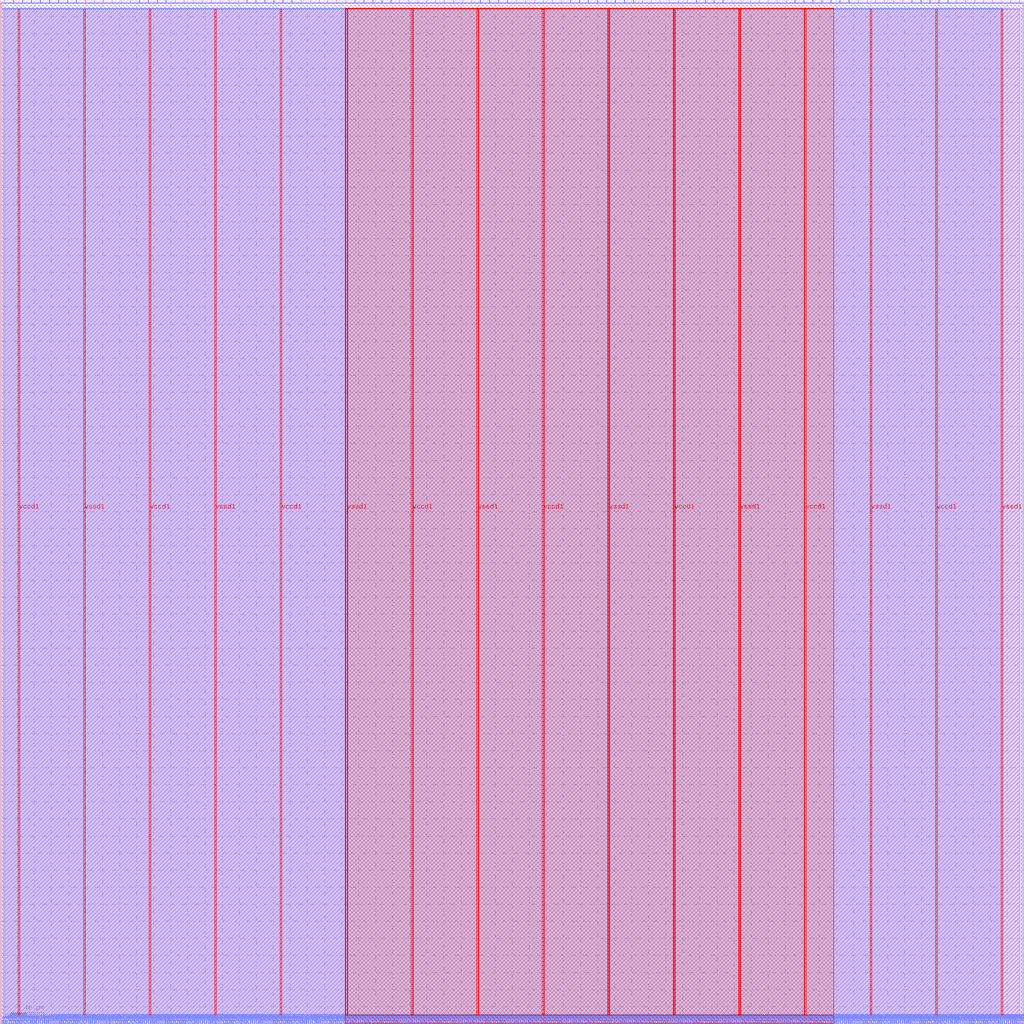
<source format=lef>
VERSION 5.7 ;
  NOWIREEXTENSIONATPIN ON ;
  DIVIDERCHAR "/" ;
  BUSBITCHARS "[]" ;
MACRO user_proj_example
  CLASS BLOCK ;
  FOREIGN user_proj_example ;
  ORIGIN 0.000 0.000 ;
  SIZE 1200.000 BY 1200.000 ;
  PIN io_in[0]
    DIRECTION INPUT ;
    USE SIGNAL ;
    PORT
      LAYER met2 ;
        RECT 5.150 1196.000 5.430 1200.000 ;
    END
  END io_in[0]
  PIN io_in[10]
    DIRECTION INPUT ;
    USE SIGNAL ;
    PORT
      LAYER met2 ;
        RECT 320.710 1196.000 320.990 1200.000 ;
    END
  END io_in[10]
  PIN io_in[11]
    DIRECTION INPUT ;
    USE SIGNAL ;
    PORT
      LAYER met2 ;
        RECT 352.450 1196.000 352.730 1200.000 ;
    END
  END io_in[11]
  PIN io_in[12]
    DIRECTION INPUT ;
    USE SIGNAL ;
    PORT
      LAYER met2 ;
        RECT 383.730 1196.000 384.010 1200.000 ;
    END
  END io_in[12]
  PIN io_in[13]
    DIRECTION INPUT ;
    USE SIGNAL ;
    PORT
      LAYER met2 ;
        RECT 415.470 1196.000 415.750 1200.000 ;
    END
  END io_in[13]
  PIN io_in[14]
    DIRECTION INPUT ;
    USE SIGNAL ;
    PORT
      LAYER met2 ;
        RECT 447.210 1196.000 447.490 1200.000 ;
    END
  END io_in[14]
  PIN io_in[15]
    DIRECTION INPUT ;
    USE SIGNAL ;
    PORT
      LAYER met2 ;
        RECT 478.490 1196.000 478.770 1200.000 ;
    END
  END io_in[15]
  PIN io_in[16]
    DIRECTION INPUT ;
    USE SIGNAL ;
    PORT
      LAYER met2 ;
        RECT 510.230 1196.000 510.510 1200.000 ;
    END
  END io_in[16]
  PIN io_in[17]
    DIRECTION INPUT ;
    USE SIGNAL ;
    PORT
      LAYER met2 ;
        RECT 541.970 1196.000 542.250 1200.000 ;
    END
  END io_in[17]
  PIN io_in[18]
    DIRECTION INPUT ;
    USE SIGNAL ;
    PORT
      LAYER met2 ;
        RECT 573.250 1196.000 573.530 1200.000 ;
    END
  END io_in[18]
  PIN io_in[19]
    DIRECTION INPUT ;
    USE SIGNAL ;
    PORT
      LAYER met2 ;
        RECT 604.990 1196.000 605.270 1200.000 ;
    END
  END io_in[19]
  PIN io_in[1]
    DIRECTION INPUT ;
    USE SIGNAL ;
    PORT
      LAYER met2 ;
        RECT 36.430 1196.000 36.710 1200.000 ;
    END
  END io_in[1]
  PIN io_in[20]
    DIRECTION INPUT ;
    USE SIGNAL ;
    PORT
      LAYER met2 ;
        RECT 636.730 1196.000 637.010 1200.000 ;
    END
  END io_in[20]
  PIN io_in[21]
    DIRECTION INPUT ;
    USE SIGNAL ;
    PORT
      LAYER met2 ;
        RECT 668.010 1196.000 668.290 1200.000 ;
    END
  END io_in[21]
  PIN io_in[22]
    DIRECTION INPUT ;
    USE SIGNAL ;
    PORT
      LAYER met2 ;
        RECT 699.750 1196.000 700.030 1200.000 ;
    END
  END io_in[22]
  PIN io_in[23]
    DIRECTION INPUT ;
    USE SIGNAL ;
    PORT
      LAYER met2 ;
        RECT 731.490 1196.000 731.770 1200.000 ;
    END
  END io_in[23]
  PIN io_in[24]
    DIRECTION INPUT ;
    USE SIGNAL ;
    PORT
      LAYER met2 ;
        RECT 762.770 1196.000 763.050 1200.000 ;
    END
  END io_in[24]
  PIN io_in[25]
    DIRECTION INPUT ;
    USE SIGNAL ;
    PORT
      LAYER met2 ;
        RECT 794.510 1196.000 794.790 1200.000 ;
    END
  END io_in[25]
  PIN io_in[26]
    DIRECTION INPUT ;
    USE SIGNAL ;
    PORT
      LAYER met2 ;
        RECT 826.250 1196.000 826.530 1200.000 ;
    END
  END io_in[26]
  PIN io_in[27]
    DIRECTION INPUT ;
    USE SIGNAL ;
    PORT
      LAYER met2 ;
        RECT 857.530 1196.000 857.810 1200.000 ;
    END
  END io_in[27]
  PIN io_in[28]
    DIRECTION INPUT ;
    USE SIGNAL ;
    PORT
      LAYER met2 ;
        RECT 889.270 1196.000 889.550 1200.000 ;
    END
  END io_in[28]
  PIN io_in[29]
    DIRECTION INPUT ;
    USE SIGNAL ;
    PORT
      LAYER met2 ;
        RECT 921.010 1196.000 921.290 1200.000 ;
    END
  END io_in[29]
  PIN io_in[2]
    DIRECTION INPUT ;
    USE SIGNAL ;
    PORT
      LAYER met2 ;
        RECT 68.170 1196.000 68.450 1200.000 ;
    END
  END io_in[2]
  PIN io_in[30]
    DIRECTION INPUT ;
    USE SIGNAL ;
    PORT
      LAYER met2 ;
        RECT 952.290 1196.000 952.570 1200.000 ;
    END
  END io_in[30]
  PIN io_in[31]
    DIRECTION INPUT ;
    USE SIGNAL ;
    PORT
      LAYER met2 ;
        RECT 984.030 1196.000 984.310 1200.000 ;
    END
  END io_in[31]
  PIN io_in[32]
    DIRECTION INPUT ;
    USE SIGNAL ;
    PORT
      LAYER met2 ;
        RECT 1015.770 1196.000 1016.050 1200.000 ;
    END
  END io_in[32]
  PIN io_in[33]
    DIRECTION INPUT ;
    USE SIGNAL ;
    PORT
      LAYER met2 ;
        RECT 1047.050 1196.000 1047.330 1200.000 ;
    END
  END io_in[33]
  PIN io_in[34]
    DIRECTION INPUT ;
    USE SIGNAL ;
    PORT
      LAYER met2 ;
        RECT 1078.790 1196.000 1079.070 1200.000 ;
    END
  END io_in[34]
  PIN io_in[35]
    DIRECTION INPUT ;
    USE SIGNAL ;
    PORT
      LAYER met2 ;
        RECT 1110.530 1196.000 1110.810 1200.000 ;
    END
  END io_in[35]
  PIN io_in[36]
    DIRECTION INPUT ;
    USE SIGNAL ;
    PORT
      LAYER met2 ;
        RECT 1141.810 1196.000 1142.090 1200.000 ;
    END
  END io_in[36]
  PIN io_in[37]
    DIRECTION INPUT ;
    USE SIGNAL ;
    PORT
      LAYER met2 ;
        RECT 1173.550 1196.000 1173.830 1200.000 ;
    END
  END io_in[37]
  PIN io_in[3]
    DIRECTION INPUT ;
    USE SIGNAL ;
    PORT
      LAYER met2 ;
        RECT 99.450 1196.000 99.730 1200.000 ;
    END
  END io_in[3]
  PIN io_in[4]
    DIRECTION INPUT ;
    USE SIGNAL ;
    PORT
      LAYER met2 ;
        RECT 131.190 1196.000 131.470 1200.000 ;
    END
  END io_in[4]
  PIN io_in[5]
    DIRECTION INPUT ;
    USE SIGNAL ;
    PORT
      LAYER met2 ;
        RECT 162.930 1196.000 163.210 1200.000 ;
    END
  END io_in[5]
  PIN io_in[6]
    DIRECTION INPUT ;
    USE SIGNAL ;
    PORT
      LAYER met2 ;
        RECT 194.210 1196.000 194.490 1200.000 ;
    END
  END io_in[6]
  PIN io_in[7]
    DIRECTION INPUT ;
    USE SIGNAL ;
    PORT
      LAYER met2 ;
        RECT 225.950 1196.000 226.230 1200.000 ;
    END
  END io_in[7]
  PIN io_in[8]
    DIRECTION INPUT ;
    USE SIGNAL ;
    PORT
      LAYER met2 ;
        RECT 257.690 1196.000 257.970 1200.000 ;
    END
  END io_in[8]
  PIN io_in[9]
    DIRECTION INPUT ;
    USE SIGNAL ;
    PORT
      LAYER met2 ;
        RECT 288.970 1196.000 289.250 1200.000 ;
    END
  END io_in[9]
  PIN io_oeb[0]
    DIRECTION OUTPUT TRISTATE ;
    USE SIGNAL ;
    PORT
      LAYER met2 ;
        RECT 15.270 1196.000 15.550 1200.000 ;
    END
  END io_oeb[0]
  PIN io_oeb[10]
    DIRECTION OUTPUT TRISTATE ;
    USE SIGNAL ;
    PORT
      LAYER met2 ;
        RECT 331.290 1196.000 331.570 1200.000 ;
    END
  END io_oeb[10]
  PIN io_oeb[11]
    DIRECTION OUTPUT TRISTATE ;
    USE SIGNAL ;
    PORT
      LAYER met2 ;
        RECT 363.030 1196.000 363.310 1200.000 ;
    END
  END io_oeb[11]
  PIN io_oeb[12]
    DIRECTION OUTPUT TRISTATE ;
    USE SIGNAL ;
    PORT
      LAYER met2 ;
        RECT 394.310 1196.000 394.590 1200.000 ;
    END
  END io_oeb[12]
  PIN io_oeb[13]
    DIRECTION OUTPUT TRISTATE ;
    USE SIGNAL ;
    PORT
      LAYER met2 ;
        RECT 426.050 1196.000 426.330 1200.000 ;
    END
  END io_oeb[13]
  PIN io_oeb[14]
    DIRECTION OUTPUT TRISTATE ;
    USE SIGNAL ;
    PORT
      LAYER met2 ;
        RECT 457.790 1196.000 458.070 1200.000 ;
    END
  END io_oeb[14]
  PIN io_oeb[15]
    DIRECTION OUTPUT TRISTATE ;
    USE SIGNAL ;
    PORT
      LAYER met2 ;
        RECT 489.070 1196.000 489.350 1200.000 ;
    END
  END io_oeb[15]
  PIN io_oeb[16]
    DIRECTION OUTPUT TRISTATE ;
    USE SIGNAL ;
    PORT
      LAYER met2 ;
        RECT 520.810 1196.000 521.090 1200.000 ;
    END
  END io_oeb[16]
  PIN io_oeb[17]
    DIRECTION OUTPUT TRISTATE ;
    USE SIGNAL ;
    PORT
      LAYER met2 ;
        RECT 552.550 1196.000 552.830 1200.000 ;
    END
  END io_oeb[17]
  PIN io_oeb[18]
    DIRECTION OUTPUT TRISTATE ;
    USE SIGNAL ;
    PORT
      LAYER met2 ;
        RECT 583.830 1196.000 584.110 1200.000 ;
    END
  END io_oeb[18]
  PIN io_oeb[19]
    DIRECTION OUTPUT TRISTATE ;
    USE SIGNAL ;
    PORT
      LAYER met2 ;
        RECT 615.570 1196.000 615.850 1200.000 ;
    END
  END io_oeb[19]
  PIN io_oeb[1]
    DIRECTION OUTPUT TRISTATE ;
    USE SIGNAL ;
    PORT
      LAYER met2 ;
        RECT 47.010 1196.000 47.290 1200.000 ;
    END
  END io_oeb[1]
  PIN io_oeb[20]
    DIRECTION OUTPUT TRISTATE ;
    USE SIGNAL ;
    PORT
      LAYER met2 ;
        RECT 647.310 1196.000 647.590 1200.000 ;
    END
  END io_oeb[20]
  PIN io_oeb[21]
    DIRECTION OUTPUT TRISTATE ;
    USE SIGNAL ;
    PORT
      LAYER met2 ;
        RECT 678.590 1196.000 678.870 1200.000 ;
    END
  END io_oeb[21]
  PIN io_oeb[22]
    DIRECTION OUTPUT TRISTATE ;
    USE SIGNAL ;
    PORT
      LAYER met2 ;
        RECT 710.330 1196.000 710.610 1200.000 ;
    END
  END io_oeb[22]
  PIN io_oeb[23]
    DIRECTION OUTPUT TRISTATE ;
    USE SIGNAL ;
    PORT
      LAYER met2 ;
        RECT 742.070 1196.000 742.350 1200.000 ;
    END
  END io_oeb[23]
  PIN io_oeb[24]
    DIRECTION OUTPUT TRISTATE ;
    USE SIGNAL ;
    PORT
      LAYER met2 ;
        RECT 773.350 1196.000 773.630 1200.000 ;
    END
  END io_oeb[24]
  PIN io_oeb[25]
    DIRECTION OUTPUT TRISTATE ;
    USE SIGNAL ;
    PORT
      LAYER met2 ;
        RECT 805.090 1196.000 805.370 1200.000 ;
    END
  END io_oeb[25]
  PIN io_oeb[26]
    DIRECTION OUTPUT TRISTATE ;
    USE SIGNAL ;
    PORT
      LAYER met2 ;
        RECT 836.370 1196.000 836.650 1200.000 ;
    END
  END io_oeb[26]
  PIN io_oeb[27]
    DIRECTION OUTPUT TRISTATE ;
    USE SIGNAL ;
    PORT
      LAYER met2 ;
        RECT 868.110 1196.000 868.390 1200.000 ;
    END
  END io_oeb[27]
  PIN io_oeb[28]
    DIRECTION OUTPUT TRISTATE ;
    USE SIGNAL ;
    PORT
      LAYER met2 ;
        RECT 899.850 1196.000 900.130 1200.000 ;
    END
  END io_oeb[28]
  PIN io_oeb[29]
    DIRECTION OUTPUT TRISTATE ;
    USE SIGNAL ;
    PORT
      LAYER met2 ;
        RECT 931.130 1196.000 931.410 1200.000 ;
    END
  END io_oeb[29]
  PIN io_oeb[2]
    DIRECTION OUTPUT TRISTATE ;
    USE SIGNAL ;
    PORT
      LAYER met2 ;
        RECT 78.750 1196.000 79.030 1200.000 ;
    END
  END io_oeb[2]
  PIN io_oeb[30]
    DIRECTION OUTPUT TRISTATE ;
    USE SIGNAL ;
    PORT
      LAYER met2 ;
        RECT 962.870 1196.000 963.150 1200.000 ;
    END
  END io_oeb[30]
  PIN io_oeb[31]
    DIRECTION OUTPUT TRISTATE ;
    USE SIGNAL ;
    PORT
      LAYER met2 ;
        RECT 994.610 1196.000 994.890 1200.000 ;
    END
  END io_oeb[31]
  PIN io_oeb[32]
    DIRECTION OUTPUT TRISTATE ;
    USE SIGNAL ;
    PORT
      LAYER met2 ;
        RECT 1025.890 1196.000 1026.170 1200.000 ;
    END
  END io_oeb[32]
  PIN io_oeb[33]
    DIRECTION OUTPUT TRISTATE ;
    USE SIGNAL ;
    PORT
      LAYER met2 ;
        RECT 1057.630 1196.000 1057.910 1200.000 ;
    END
  END io_oeb[33]
  PIN io_oeb[34]
    DIRECTION OUTPUT TRISTATE ;
    USE SIGNAL ;
    PORT
      LAYER met2 ;
        RECT 1089.370 1196.000 1089.650 1200.000 ;
    END
  END io_oeb[34]
  PIN io_oeb[35]
    DIRECTION OUTPUT TRISTATE ;
    USE SIGNAL ;
    PORT
      LAYER met2 ;
        RECT 1120.650 1196.000 1120.930 1200.000 ;
    END
  END io_oeb[35]
  PIN io_oeb[36]
    DIRECTION OUTPUT TRISTATE ;
    USE SIGNAL ;
    PORT
      LAYER met2 ;
        RECT 1152.390 1196.000 1152.670 1200.000 ;
    END
  END io_oeb[36]
  PIN io_oeb[37]
    DIRECTION OUTPUT TRISTATE ;
    USE SIGNAL ;
    PORT
      LAYER met2 ;
        RECT 1184.130 1196.000 1184.410 1200.000 ;
    END
  END io_oeb[37]
  PIN io_oeb[3]
    DIRECTION OUTPUT TRISTATE ;
    USE SIGNAL ;
    PORT
      LAYER met2 ;
        RECT 110.030 1196.000 110.310 1200.000 ;
    END
  END io_oeb[3]
  PIN io_oeb[4]
    DIRECTION OUTPUT TRISTATE ;
    USE SIGNAL ;
    PORT
      LAYER met2 ;
        RECT 141.770 1196.000 142.050 1200.000 ;
    END
  END io_oeb[4]
  PIN io_oeb[5]
    DIRECTION OUTPUT TRISTATE ;
    USE SIGNAL ;
    PORT
      LAYER met2 ;
        RECT 173.510 1196.000 173.790 1200.000 ;
    END
  END io_oeb[5]
  PIN io_oeb[6]
    DIRECTION OUTPUT TRISTATE ;
    USE SIGNAL ;
    PORT
      LAYER met2 ;
        RECT 204.790 1196.000 205.070 1200.000 ;
    END
  END io_oeb[6]
  PIN io_oeb[7]
    DIRECTION OUTPUT TRISTATE ;
    USE SIGNAL ;
    PORT
      LAYER met2 ;
        RECT 236.530 1196.000 236.810 1200.000 ;
    END
  END io_oeb[7]
  PIN io_oeb[8]
    DIRECTION OUTPUT TRISTATE ;
    USE SIGNAL ;
    PORT
      LAYER met2 ;
        RECT 268.270 1196.000 268.550 1200.000 ;
    END
  END io_oeb[8]
  PIN io_oeb[9]
    DIRECTION OUTPUT TRISTATE ;
    USE SIGNAL ;
    PORT
      LAYER met2 ;
        RECT 299.550 1196.000 299.830 1200.000 ;
    END
  END io_oeb[9]
  PIN io_out[0]
    DIRECTION OUTPUT TRISTATE ;
    USE SIGNAL ;
    PORT
      LAYER met2 ;
        RECT 25.850 1196.000 26.130 1200.000 ;
    END
  END io_out[0]
  PIN io_out[10]
    DIRECTION OUTPUT TRISTATE ;
    USE SIGNAL ;
    PORT
      LAYER met2 ;
        RECT 341.870 1196.000 342.150 1200.000 ;
    END
  END io_out[10]
  PIN io_out[11]
    DIRECTION OUTPUT TRISTATE ;
    USE SIGNAL ;
    PORT
      LAYER met2 ;
        RECT 373.610 1196.000 373.890 1200.000 ;
    END
  END io_out[11]
  PIN io_out[12]
    DIRECTION OUTPUT TRISTATE ;
    USE SIGNAL ;
    PORT
      LAYER met2 ;
        RECT 404.890 1196.000 405.170 1200.000 ;
    END
  END io_out[12]
  PIN io_out[13]
    DIRECTION OUTPUT TRISTATE ;
    USE SIGNAL ;
    PORT
      LAYER met2 ;
        RECT 436.630 1196.000 436.910 1200.000 ;
    END
  END io_out[13]
  PIN io_out[14]
    DIRECTION OUTPUT TRISTATE ;
    USE SIGNAL ;
    PORT
      LAYER met2 ;
        RECT 467.910 1196.000 468.190 1200.000 ;
    END
  END io_out[14]
  PIN io_out[15]
    DIRECTION OUTPUT TRISTATE ;
    USE SIGNAL ;
    PORT
      LAYER met2 ;
        RECT 499.650 1196.000 499.930 1200.000 ;
    END
  END io_out[15]
  PIN io_out[16]
    DIRECTION OUTPUT TRISTATE ;
    USE SIGNAL ;
    PORT
      LAYER met2 ;
        RECT 531.390 1196.000 531.670 1200.000 ;
    END
  END io_out[16]
  PIN io_out[17]
    DIRECTION OUTPUT TRISTATE ;
    USE SIGNAL ;
    PORT
      LAYER met2 ;
        RECT 562.670 1196.000 562.950 1200.000 ;
    END
  END io_out[17]
  PIN io_out[18]
    DIRECTION OUTPUT TRISTATE ;
    USE SIGNAL ;
    PORT
      LAYER met2 ;
        RECT 594.410 1196.000 594.690 1200.000 ;
    END
  END io_out[18]
  PIN io_out[19]
    DIRECTION OUTPUT TRISTATE ;
    USE SIGNAL ;
    PORT
      LAYER met2 ;
        RECT 626.150 1196.000 626.430 1200.000 ;
    END
  END io_out[19]
  PIN io_out[1]
    DIRECTION OUTPUT TRISTATE ;
    USE SIGNAL ;
    PORT
      LAYER met2 ;
        RECT 57.590 1196.000 57.870 1200.000 ;
    END
  END io_out[1]
  PIN io_out[20]
    DIRECTION OUTPUT TRISTATE ;
    USE SIGNAL ;
    PORT
      LAYER met2 ;
        RECT 657.430 1196.000 657.710 1200.000 ;
    END
  END io_out[20]
  PIN io_out[21]
    DIRECTION OUTPUT TRISTATE ;
    USE SIGNAL ;
    PORT
      LAYER met2 ;
        RECT 689.170 1196.000 689.450 1200.000 ;
    END
  END io_out[21]
  PIN io_out[22]
    DIRECTION OUTPUT TRISTATE ;
    USE SIGNAL ;
    PORT
      LAYER met2 ;
        RECT 720.910 1196.000 721.190 1200.000 ;
    END
  END io_out[22]
  PIN io_out[23]
    DIRECTION OUTPUT TRISTATE ;
    USE SIGNAL ;
    PORT
      LAYER met2 ;
        RECT 752.190 1196.000 752.470 1200.000 ;
    END
  END io_out[23]
  PIN io_out[24]
    DIRECTION OUTPUT TRISTATE ;
    USE SIGNAL ;
    PORT
      LAYER met2 ;
        RECT 783.930 1196.000 784.210 1200.000 ;
    END
  END io_out[24]
  PIN io_out[25]
    DIRECTION OUTPUT TRISTATE ;
    USE SIGNAL ;
    PORT
      LAYER met2 ;
        RECT 815.670 1196.000 815.950 1200.000 ;
    END
  END io_out[25]
  PIN io_out[26]
    DIRECTION OUTPUT TRISTATE ;
    USE SIGNAL ;
    PORT
      LAYER met2 ;
        RECT 846.950 1196.000 847.230 1200.000 ;
    END
  END io_out[26]
  PIN io_out[27]
    DIRECTION OUTPUT TRISTATE ;
    USE SIGNAL ;
    PORT
      LAYER met2 ;
        RECT 878.690 1196.000 878.970 1200.000 ;
    END
  END io_out[27]
  PIN io_out[28]
    DIRECTION OUTPUT TRISTATE ;
    USE SIGNAL ;
    PORT
      LAYER met2 ;
        RECT 910.430 1196.000 910.710 1200.000 ;
    END
  END io_out[28]
  PIN io_out[29]
    DIRECTION OUTPUT TRISTATE ;
    USE SIGNAL ;
    PORT
      LAYER met2 ;
        RECT 941.710 1196.000 941.990 1200.000 ;
    END
  END io_out[29]
  PIN io_out[2]
    DIRECTION OUTPUT TRISTATE ;
    USE SIGNAL ;
    PORT
      LAYER met2 ;
        RECT 89.330 1196.000 89.610 1200.000 ;
    END
  END io_out[2]
  PIN io_out[30]
    DIRECTION OUTPUT TRISTATE ;
    USE SIGNAL ;
    PORT
      LAYER met2 ;
        RECT 973.450 1196.000 973.730 1200.000 ;
    END
  END io_out[30]
  PIN io_out[31]
    DIRECTION OUTPUT TRISTATE ;
    USE SIGNAL ;
    PORT
      LAYER met2 ;
        RECT 1005.190 1196.000 1005.470 1200.000 ;
    END
  END io_out[31]
  PIN io_out[32]
    DIRECTION OUTPUT TRISTATE ;
    USE SIGNAL ;
    PORT
      LAYER met2 ;
        RECT 1036.470 1196.000 1036.750 1200.000 ;
    END
  END io_out[32]
  PIN io_out[33]
    DIRECTION OUTPUT TRISTATE ;
    USE SIGNAL ;
    PORT
      LAYER met2 ;
        RECT 1068.210 1196.000 1068.490 1200.000 ;
    END
  END io_out[33]
  PIN io_out[34]
    DIRECTION OUTPUT TRISTATE ;
    USE SIGNAL ;
    PORT
      LAYER met2 ;
        RECT 1099.950 1196.000 1100.230 1200.000 ;
    END
  END io_out[34]
  PIN io_out[35]
    DIRECTION OUTPUT TRISTATE ;
    USE SIGNAL ;
    PORT
      LAYER met2 ;
        RECT 1131.230 1196.000 1131.510 1200.000 ;
    END
  END io_out[35]
  PIN io_out[36]
    DIRECTION OUTPUT TRISTATE ;
    USE SIGNAL ;
    PORT
      LAYER met2 ;
        RECT 1162.970 1196.000 1163.250 1200.000 ;
    END
  END io_out[36]
  PIN io_out[37]
    DIRECTION OUTPUT TRISTATE ;
    USE SIGNAL ;
    PORT
      LAYER met2 ;
        RECT 1194.710 1196.000 1194.990 1200.000 ;
    END
  END io_out[37]
  PIN io_out[3]
    DIRECTION OUTPUT TRISTATE ;
    USE SIGNAL ;
    PORT
      LAYER met2 ;
        RECT 120.610 1196.000 120.890 1200.000 ;
    END
  END io_out[3]
  PIN io_out[4]
    DIRECTION OUTPUT TRISTATE ;
    USE SIGNAL ;
    PORT
      LAYER met2 ;
        RECT 152.350 1196.000 152.630 1200.000 ;
    END
  END io_out[4]
  PIN io_out[5]
    DIRECTION OUTPUT TRISTATE ;
    USE SIGNAL ;
    PORT
      LAYER met2 ;
        RECT 184.090 1196.000 184.370 1200.000 ;
    END
  END io_out[5]
  PIN io_out[6]
    DIRECTION OUTPUT TRISTATE ;
    USE SIGNAL ;
    PORT
      LAYER met2 ;
        RECT 215.370 1196.000 215.650 1200.000 ;
    END
  END io_out[6]
  PIN io_out[7]
    DIRECTION OUTPUT TRISTATE ;
    USE SIGNAL ;
    PORT
      LAYER met2 ;
        RECT 247.110 1196.000 247.390 1200.000 ;
    END
  END io_out[7]
  PIN io_out[8]
    DIRECTION OUTPUT TRISTATE ;
    USE SIGNAL ;
    PORT
      LAYER met2 ;
        RECT 278.850 1196.000 279.130 1200.000 ;
    END
  END io_out[8]
  PIN io_out[9]
    DIRECTION OUTPUT TRISTATE ;
    USE SIGNAL ;
    PORT
      LAYER met2 ;
        RECT 310.130 1196.000 310.410 1200.000 ;
    END
  END io_out[9]
  PIN irq[0]
    DIRECTION OUTPUT TRISTATE ;
    USE SIGNAL ;
    PORT
      LAYER met2 ;
        RECT 1193.790 0.000 1194.070 4.000 ;
    END
  END irq[0]
  PIN irq[1]
    DIRECTION OUTPUT TRISTATE ;
    USE SIGNAL ;
    PORT
      LAYER met2 ;
        RECT 1196.090 0.000 1196.370 4.000 ;
    END
  END irq[1]
  PIN irq[2]
    DIRECTION OUTPUT TRISTATE ;
    USE SIGNAL ;
    PORT
      LAYER met2 ;
        RECT 1198.390 0.000 1198.670 4.000 ;
    END
  END irq[2]
  PIN la_data_in[0]
    DIRECTION INPUT ;
    USE SIGNAL ;
    PORT
      LAYER met2 ;
        RECT 258.610 0.000 258.890 4.000 ;
    END
  END la_data_in[0]
  PIN la_data_in[100]
    DIRECTION INPUT ;
    USE SIGNAL ;
    PORT
      LAYER met2 ;
        RECT 989.090 0.000 989.370 4.000 ;
    END
  END la_data_in[100]
  PIN la_data_in[101]
    DIRECTION INPUT ;
    USE SIGNAL ;
    PORT
      LAYER met2 ;
        RECT 996.450 0.000 996.730 4.000 ;
    END
  END la_data_in[101]
  PIN la_data_in[102]
    DIRECTION INPUT ;
    USE SIGNAL ;
    PORT
      LAYER met2 ;
        RECT 1003.810 0.000 1004.090 4.000 ;
    END
  END la_data_in[102]
  PIN la_data_in[103]
    DIRECTION INPUT ;
    USE SIGNAL ;
    PORT
      LAYER met2 ;
        RECT 1011.170 0.000 1011.450 4.000 ;
    END
  END la_data_in[103]
  PIN la_data_in[104]
    DIRECTION INPUT ;
    USE SIGNAL ;
    PORT
      LAYER met2 ;
        RECT 1018.530 0.000 1018.810 4.000 ;
    END
  END la_data_in[104]
  PIN la_data_in[105]
    DIRECTION INPUT ;
    USE SIGNAL ;
    PORT
      LAYER met2 ;
        RECT 1025.430 0.000 1025.710 4.000 ;
    END
  END la_data_in[105]
  PIN la_data_in[106]
    DIRECTION INPUT ;
    USE SIGNAL ;
    PORT
      LAYER met2 ;
        RECT 1032.790 0.000 1033.070 4.000 ;
    END
  END la_data_in[106]
  PIN la_data_in[107]
    DIRECTION INPUT ;
    USE SIGNAL ;
    PORT
      LAYER met2 ;
        RECT 1040.150 0.000 1040.430 4.000 ;
    END
  END la_data_in[107]
  PIN la_data_in[108]
    DIRECTION INPUT ;
    USE SIGNAL ;
    PORT
      LAYER met2 ;
        RECT 1047.510 0.000 1047.790 4.000 ;
    END
  END la_data_in[108]
  PIN la_data_in[109]
    DIRECTION INPUT ;
    USE SIGNAL ;
    PORT
      LAYER met2 ;
        RECT 1054.870 0.000 1055.150 4.000 ;
    END
  END la_data_in[109]
  PIN la_data_in[10]
    DIRECTION INPUT ;
    USE SIGNAL ;
    PORT
      LAYER met2 ;
        RECT 331.750 0.000 332.030 4.000 ;
    END
  END la_data_in[10]
  PIN la_data_in[110]
    DIRECTION INPUT ;
    USE SIGNAL ;
    PORT
      LAYER met2 ;
        RECT 1062.230 0.000 1062.510 4.000 ;
    END
  END la_data_in[110]
  PIN la_data_in[111]
    DIRECTION INPUT ;
    USE SIGNAL ;
    PORT
      LAYER met2 ;
        RECT 1069.590 0.000 1069.870 4.000 ;
    END
  END la_data_in[111]
  PIN la_data_in[112]
    DIRECTION INPUT ;
    USE SIGNAL ;
    PORT
      LAYER met2 ;
        RECT 1076.950 0.000 1077.230 4.000 ;
    END
  END la_data_in[112]
  PIN la_data_in[113]
    DIRECTION INPUT ;
    USE SIGNAL ;
    PORT
      LAYER met2 ;
        RECT 1083.850 0.000 1084.130 4.000 ;
    END
  END la_data_in[113]
  PIN la_data_in[114]
    DIRECTION INPUT ;
    USE SIGNAL ;
    PORT
      LAYER met2 ;
        RECT 1091.210 0.000 1091.490 4.000 ;
    END
  END la_data_in[114]
  PIN la_data_in[115]
    DIRECTION INPUT ;
    USE SIGNAL ;
    PORT
      LAYER met2 ;
        RECT 1098.570 0.000 1098.850 4.000 ;
    END
  END la_data_in[115]
  PIN la_data_in[116]
    DIRECTION INPUT ;
    USE SIGNAL ;
    PORT
      LAYER met2 ;
        RECT 1105.930 0.000 1106.210 4.000 ;
    END
  END la_data_in[116]
  PIN la_data_in[117]
    DIRECTION INPUT ;
    USE SIGNAL ;
    PORT
      LAYER met2 ;
        RECT 1113.290 0.000 1113.570 4.000 ;
    END
  END la_data_in[117]
  PIN la_data_in[118]
    DIRECTION INPUT ;
    USE SIGNAL ;
    PORT
      LAYER met2 ;
        RECT 1120.650 0.000 1120.930 4.000 ;
    END
  END la_data_in[118]
  PIN la_data_in[119]
    DIRECTION INPUT ;
    USE SIGNAL ;
    PORT
      LAYER met2 ;
        RECT 1128.010 0.000 1128.290 4.000 ;
    END
  END la_data_in[119]
  PIN la_data_in[11]
    DIRECTION INPUT ;
    USE SIGNAL ;
    PORT
      LAYER met2 ;
        RECT 339.110 0.000 339.390 4.000 ;
    END
  END la_data_in[11]
  PIN la_data_in[120]
    DIRECTION INPUT ;
    USE SIGNAL ;
    PORT
      LAYER met2 ;
        RECT 1135.370 0.000 1135.650 4.000 ;
    END
  END la_data_in[120]
  PIN la_data_in[121]
    DIRECTION INPUT ;
    USE SIGNAL ;
    PORT
      LAYER met2 ;
        RECT 1142.270 0.000 1142.550 4.000 ;
    END
  END la_data_in[121]
  PIN la_data_in[122]
    DIRECTION INPUT ;
    USE SIGNAL ;
    PORT
      LAYER met2 ;
        RECT 1149.630 0.000 1149.910 4.000 ;
    END
  END la_data_in[122]
  PIN la_data_in[123]
    DIRECTION INPUT ;
    USE SIGNAL ;
    PORT
      LAYER met2 ;
        RECT 1156.990 0.000 1157.270 4.000 ;
    END
  END la_data_in[123]
  PIN la_data_in[124]
    DIRECTION INPUT ;
    USE SIGNAL ;
    PORT
      LAYER met2 ;
        RECT 1164.350 0.000 1164.630 4.000 ;
    END
  END la_data_in[124]
  PIN la_data_in[125]
    DIRECTION INPUT ;
    USE SIGNAL ;
    PORT
      LAYER met2 ;
        RECT 1171.710 0.000 1171.990 4.000 ;
    END
  END la_data_in[125]
  PIN la_data_in[126]
    DIRECTION INPUT ;
    USE SIGNAL ;
    PORT
      LAYER met2 ;
        RECT 1179.070 0.000 1179.350 4.000 ;
    END
  END la_data_in[126]
  PIN la_data_in[127]
    DIRECTION INPUT ;
    USE SIGNAL ;
    PORT
      LAYER met2 ;
        RECT 1186.430 0.000 1186.710 4.000 ;
    END
  END la_data_in[127]
  PIN la_data_in[12]
    DIRECTION INPUT ;
    USE SIGNAL ;
    PORT
      LAYER met2 ;
        RECT 346.470 0.000 346.750 4.000 ;
    END
  END la_data_in[12]
  PIN la_data_in[13]
    DIRECTION INPUT ;
    USE SIGNAL ;
    PORT
      LAYER met2 ;
        RECT 353.830 0.000 354.110 4.000 ;
    END
  END la_data_in[13]
  PIN la_data_in[14]
    DIRECTION INPUT ;
    USE SIGNAL ;
    PORT
      LAYER met2 ;
        RECT 361.190 0.000 361.470 4.000 ;
    END
  END la_data_in[14]
  PIN la_data_in[15]
    DIRECTION INPUT ;
    USE SIGNAL ;
    PORT
      LAYER met2 ;
        RECT 368.550 0.000 368.830 4.000 ;
    END
  END la_data_in[15]
  PIN la_data_in[16]
    DIRECTION INPUT ;
    USE SIGNAL ;
    PORT
      LAYER met2 ;
        RECT 375.450 0.000 375.730 4.000 ;
    END
  END la_data_in[16]
  PIN la_data_in[17]
    DIRECTION INPUT ;
    USE SIGNAL ;
    PORT
      LAYER met2 ;
        RECT 382.810 0.000 383.090 4.000 ;
    END
  END la_data_in[17]
  PIN la_data_in[18]
    DIRECTION INPUT ;
    USE SIGNAL ;
    PORT
      LAYER met2 ;
        RECT 390.170 0.000 390.450 4.000 ;
    END
  END la_data_in[18]
  PIN la_data_in[19]
    DIRECTION INPUT ;
    USE SIGNAL ;
    PORT
      LAYER met2 ;
        RECT 397.530 0.000 397.810 4.000 ;
    END
  END la_data_in[19]
  PIN la_data_in[1]
    DIRECTION INPUT ;
    USE SIGNAL ;
    PORT
      LAYER met2 ;
        RECT 265.970 0.000 266.250 4.000 ;
    END
  END la_data_in[1]
  PIN la_data_in[20]
    DIRECTION INPUT ;
    USE SIGNAL ;
    PORT
      LAYER met2 ;
        RECT 404.890 0.000 405.170 4.000 ;
    END
  END la_data_in[20]
  PIN la_data_in[21]
    DIRECTION INPUT ;
    USE SIGNAL ;
    PORT
      LAYER met2 ;
        RECT 412.250 0.000 412.530 4.000 ;
    END
  END la_data_in[21]
  PIN la_data_in[22]
    DIRECTION INPUT ;
    USE SIGNAL ;
    PORT
      LAYER met2 ;
        RECT 419.610 0.000 419.890 4.000 ;
    END
  END la_data_in[22]
  PIN la_data_in[23]
    DIRECTION INPUT ;
    USE SIGNAL ;
    PORT
      LAYER met2 ;
        RECT 426.970 0.000 427.250 4.000 ;
    END
  END la_data_in[23]
  PIN la_data_in[24]
    DIRECTION INPUT ;
    USE SIGNAL ;
    PORT
      LAYER met2 ;
        RECT 433.870 0.000 434.150 4.000 ;
    END
  END la_data_in[24]
  PIN la_data_in[25]
    DIRECTION INPUT ;
    USE SIGNAL ;
    PORT
      LAYER met2 ;
        RECT 441.230 0.000 441.510 4.000 ;
    END
  END la_data_in[25]
  PIN la_data_in[26]
    DIRECTION INPUT ;
    USE SIGNAL ;
    PORT
      LAYER met2 ;
        RECT 448.590 0.000 448.870 4.000 ;
    END
  END la_data_in[26]
  PIN la_data_in[27]
    DIRECTION INPUT ;
    USE SIGNAL ;
    PORT
      LAYER met2 ;
        RECT 455.950 0.000 456.230 4.000 ;
    END
  END la_data_in[27]
  PIN la_data_in[28]
    DIRECTION INPUT ;
    USE SIGNAL ;
    PORT
      LAYER met2 ;
        RECT 463.310 0.000 463.590 4.000 ;
    END
  END la_data_in[28]
  PIN la_data_in[29]
    DIRECTION INPUT ;
    USE SIGNAL ;
    PORT
      LAYER met2 ;
        RECT 470.670 0.000 470.950 4.000 ;
    END
  END la_data_in[29]
  PIN la_data_in[2]
    DIRECTION INPUT ;
    USE SIGNAL ;
    PORT
      LAYER met2 ;
        RECT 273.330 0.000 273.610 4.000 ;
    END
  END la_data_in[2]
  PIN la_data_in[30]
    DIRECTION INPUT ;
    USE SIGNAL ;
    PORT
      LAYER met2 ;
        RECT 478.030 0.000 478.310 4.000 ;
    END
  END la_data_in[30]
  PIN la_data_in[31]
    DIRECTION INPUT ;
    USE SIGNAL ;
    PORT
      LAYER met2 ;
        RECT 485.390 0.000 485.670 4.000 ;
    END
  END la_data_in[31]
  PIN la_data_in[32]
    DIRECTION INPUT ;
    USE SIGNAL ;
    PORT
      LAYER met2 ;
        RECT 492.750 0.000 493.030 4.000 ;
    END
  END la_data_in[32]
  PIN la_data_in[33]
    DIRECTION INPUT ;
    USE SIGNAL ;
    PORT
      LAYER met2 ;
        RECT 499.650 0.000 499.930 4.000 ;
    END
  END la_data_in[33]
  PIN la_data_in[34]
    DIRECTION INPUT ;
    USE SIGNAL ;
    PORT
      LAYER met2 ;
        RECT 507.010 0.000 507.290 4.000 ;
    END
  END la_data_in[34]
  PIN la_data_in[35]
    DIRECTION INPUT ;
    USE SIGNAL ;
    PORT
      LAYER met2 ;
        RECT 514.370 0.000 514.650 4.000 ;
    END
  END la_data_in[35]
  PIN la_data_in[36]
    DIRECTION INPUT ;
    USE SIGNAL ;
    PORT
      LAYER met2 ;
        RECT 521.730 0.000 522.010 4.000 ;
    END
  END la_data_in[36]
  PIN la_data_in[37]
    DIRECTION INPUT ;
    USE SIGNAL ;
    PORT
      LAYER met2 ;
        RECT 529.090 0.000 529.370 4.000 ;
    END
  END la_data_in[37]
  PIN la_data_in[38]
    DIRECTION INPUT ;
    USE SIGNAL ;
    PORT
      LAYER met2 ;
        RECT 536.450 0.000 536.730 4.000 ;
    END
  END la_data_in[38]
  PIN la_data_in[39]
    DIRECTION INPUT ;
    USE SIGNAL ;
    PORT
      LAYER met2 ;
        RECT 543.810 0.000 544.090 4.000 ;
    END
  END la_data_in[39]
  PIN la_data_in[3]
    DIRECTION INPUT ;
    USE SIGNAL ;
    PORT
      LAYER met2 ;
        RECT 280.690 0.000 280.970 4.000 ;
    END
  END la_data_in[3]
  PIN la_data_in[40]
    DIRECTION INPUT ;
    USE SIGNAL ;
    PORT
      LAYER met2 ;
        RECT 551.170 0.000 551.450 4.000 ;
    END
  END la_data_in[40]
  PIN la_data_in[41]
    DIRECTION INPUT ;
    USE SIGNAL ;
    PORT
      LAYER met2 ;
        RECT 558.070 0.000 558.350 4.000 ;
    END
  END la_data_in[41]
  PIN la_data_in[42]
    DIRECTION INPUT ;
    USE SIGNAL ;
    PORT
      LAYER met2 ;
        RECT 565.430 0.000 565.710 4.000 ;
    END
  END la_data_in[42]
  PIN la_data_in[43]
    DIRECTION INPUT ;
    USE SIGNAL ;
    PORT
      LAYER met2 ;
        RECT 572.790 0.000 573.070 4.000 ;
    END
  END la_data_in[43]
  PIN la_data_in[44]
    DIRECTION INPUT ;
    USE SIGNAL ;
    PORT
      LAYER met2 ;
        RECT 580.150 0.000 580.430 4.000 ;
    END
  END la_data_in[44]
  PIN la_data_in[45]
    DIRECTION INPUT ;
    USE SIGNAL ;
    PORT
      LAYER met2 ;
        RECT 587.510 0.000 587.790 4.000 ;
    END
  END la_data_in[45]
  PIN la_data_in[46]
    DIRECTION INPUT ;
    USE SIGNAL ;
    PORT
      LAYER met2 ;
        RECT 594.870 0.000 595.150 4.000 ;
    END
  END la_data_in[46]
  PIN la_data_in[47]
    DIRECTION INPUT ;
    USE SIGNAL ;
    PORT
      LAYER met2 ;
        RECT 602.230 0.000 602.510 4.000 ;
    END
  END la_data_in[47]
  PIN la_data_in[48]
    DIRECTION INPUT ;
    USE SIGNAL ;
    PORT
      LAYER met2 ;
        RECT 609.590 0.000 609.870 4.000 ;
    END
  END la_data_in[48]
  PIN la_data_in[49]
    DIRECTION INPUT ;
    USE SIGNAL ;
    PORT
      LAYER met2 ;
        RECT 616.490 0.000 616.770 4.000 ;
    END
  END la_data_in[49]
  PIN la_data_in[4]
    DIRECTION INPUT ;
    USE SIGNAL ;
    PORT
      LAYER met2 ;
        RECT 288.050 0.000 288.330 4.000 ;
    END
  END la_data_in[4]
  PIN la_data_in[50]
    DIRECTION INPUT ;
    USE SIGNAL ;
    PORT
      LAYER met2 ;
        RECT 623.850 0.000 624.130 4.000 ;
    END
  END la_data_in[50]
  PIN la_data_in[51]
    DIRECTION INPUT ;
    USE SIGNAL ;
    PORT
      LAYER met2 ;
        RECT 631.210 0.000 631.490 4.000 ;
    END
  END la_data_in[51]
  PIN la_data_in[52]
    DIRECTION INPUT ;
    USE SIGNAL ;
    PORT
      LAYER met2 ;
        RECT 638.570 0.000 638.850 4.000 ;
    END
  END la_data_in[52]
  PIN la_data_in[53]
    DIRECTION INPUT ;
    USE SIGNAL ;
    PORT
      LAYER met2 ;
        RECT 645.930 0.000 646.210 4.000 ;
    END
  END la_data_in[53]
  PIN la_data_in[54]
    DIRECTION INPUT ;
    USE SIGNAL ;
    PORT
      LAYER met2 ;
        RECT 653.290 0.000 653.570 4.000 ;
    END
  END la_data_in[54]
  PIN la_data_in[55]
    DIRECTION INPUT ;
    USE SIGNAL ;
    PORT
      LAYER met2 ;
        RECT 660.650 0.000 660.930 4.000 ;
    END
  END la_data_in[55]
  PIN la_data_in[56]
    DIRECTION INPUT ;
    USE SIGNAL ;
    PORT
      LAYER met2 ;
        RECT 668.010 0.000 668.290 4.000 ;
    END
  END la_data_in[56]
  PIN la_data_in[57]
    DIRECTION INPUT ;
    USE SIGNAL ;
    PORT
      LAYER met2 ;
        RECT 674.910 0.000 675.190 4.000 ;
    END
  END la_data_in[57]
  PIN la_data_in[58]
    DIRECTION INPUT ;
    USE SIGNAL ;
    PORT
      LAYER met2 ;
        RECT 682.270 0.000 682.550 4.000 ;
    END
  END la_data_in[58]
  PIN la_data_in[59]
    DIRECTION INPUT ;
    USE SIGNAL ;
    PORT
      LAYER met2 ;
        RECT 689.630 0.000 689.910 4.000 ;
    END
  END la_data_in[59]
  PIN la_data_in[5]
    DIRECTION INPUT ;
    USE SIGNAL ;
    PORT
      LAYER met2 ;
        RECT 295.410 0.000 295.690 4.000 ;
    END
  END la_data_in[5]
  PIN la_data_in[60]
    DIRECTION INPUT ;
    USE SIGNAL ;
    PORT
      LAYER met2 ;
        RECT 696.990 0.000 697.270 4.000 ;
    END
  END la_data_in[60]
  PIN la_data_in[61]
    DIRECTION INPUT ;
    USE SIGNAL ;
    PORT
      LAYER met2 ;
        RECT 704.350 0.000 704.630 4.000 ;
    END
  END la_data_in[61]
  PIN la_data_in[62]
    DIRECTION INPUT ;
    USE SIGNAL ;
    PORT
      LAYER met2 ;
        RECT 711.710 0.000 711.990 4.000 ;
    END
  END la_data_in[62]
  PIN la_data_in[63]
    DIRECTION INPUT ;
    USE SIGNAL ;
    PORT
      LAYER met2 ;
        RECT 719.070 0.000 719.350 4.000 ;
    END
  END la_data_in[63]
  PIN la_data_in[64]
    DIRECTION INPUT ;
    USE SIGNAL ;
    PORT
      LAYER met2 ;
        RECT 726.430 0.000 726.710 4.000 ;
    END
  END la_data_in[64]
  PIN la_data_in[65]
    DIRECTION INPUT ;
    USE SIGNAL ;
    PORT
      LAYER met2 ;
        RECT 733.330 0.000 733.610 4.000 ;
    END
  END la_data_in[65]
  PIN la_data_in[66]
    DIRECTION INPUT ;
    USE SIGNAL ;
    PORT
      LAYER met2 ;
        RECT 740.690 0.000 740.970 4.000 ;
    END
  END la_data_in[66]
  PIN la_data_in[67]
    DIRECTION INPUT ;
    USE SIGNAL ;
    PORT
      LAYER met2 ;
        RECT 748.050 0.000 748.330 4.000 ;
    END
  END la_data_in[67]
  PIN la_data_in[68]
    DIRECTION INPUT ;
    USE SIGNAL ;
    PORT
      LAYER met2 ;
        RECT 755.410 0.000 755.690 4.000 ;
    END
  END la_data_in[68]
  PIN la_data_in[69]
    DIRECTION INPUT ;
    USE SIGNAL ;
    PORT
      LAYER met2 ;
        RECT 762.770 0.000 763.050 4.000 ;
    END
  END la_data_in[69]
  PIN la_data_in[6]
    DIRECTION INPUT ;
    USE SIGNAL ;
    PORT
      LAYER met2 ;
        RECT 302.770 0.000 303.050 4.000 ;
    END
  END la_data_in[6]
  PIN la_data_in[70]
    DIRECTION INPUT ;
    USE SIGNAL ;
    PORT
      LAYER met2 ;
        RECT 770.130 0.000 770.410 4.000 ;
    END
  END la_data_in[70]
  PIN la_data_in[71]
    DIRECTION INPUT ;
    USE SIGNAL ;
    PORT
      LAYER met2 ;
        RECT 777.490 0.000 777.770 4.000 ;
    END
  END la_data_in[71]
  PIN la_data_in[72]
    DIRECTION INPUT ;
    USE SIGNAL ;
    PORT
      LAYER met2 ;
        RECT 784.850 0.000 785.130 4.000 ;
    END
  END la_data_in[72]
  PIN la_data_in[73]
    DIRECTION INPUT ;
    USE SIGNAL ;
    PORT
      LAYER met2 ;
        RECT 791.750 0.000 792.030 4.000 ;
    END
  END la_data_in[73]
  PIN la_data_in[74]
    DIRECTION INPUT ;
    USE SIGNAL ;
    PORT
      LAYER met2 ;
        RECT 799.110 0.000 799.390 4.000 ;
    END
  END la_data_in[74]
  PIN la_data_in[75]
    DIRECTION INPUT ;
    USE SIGNAL ;
    PORT
      LAYER met2 ;
        RECT 806.470 0.000 806.750 4.000 ;
    END
  END la_data_in[75]
  PIN la_data_in[76]
    DIRECTION INPUT ;
    USE SIGNAL ;
    PORT
      LAYER met2 ;
        RECT 813.830 0.000 814.110 4.000 ;
    END
  END la_data_in[76]
  PIN la_data_in[77]
    DIRECTION INPUT ;
    USE SIGNAL ;
    PORT
      LAYER met2 ;
        RECT 821.190 0.000 821.470 4.000 ;
    END
  END la_data_in[77]
  PIN la_data_in[78]
    DIRECTION INPUT ;
    USE SIGNAL ;
    PORT
      LAYER met2 ;
        RECT 828.550 0.000 828.830 4.000 ;
    END
  END la_data_in[78]
  PIN la_data_in[79]
    DIRECTION INPUT ;
    USE SIGNAL ;
    PORT
      LAYER met2 ;
        RECT 835.910 0.000 836.190 4.000 ;
    END
  END la_data_in[79]
  PIN la_data_in[7]
    DIRECTION INPUT ;
    USE SIGNAL ;
    PORT
      LAYER met2 ;
        RECT 310.130 0.000 310.410 4.000 ;
    END
  END la_data_in[7]
  PIN la_data_in[80]
    DIRECTION INPUT ;
    USE SIGNAL ;
    PORT
      LAYER met2 ;
        RECT 843.270 0.000 843.550 4.000 ;
    END
  END la_data_in[80]
  PIN la_data_in[81]
    DIRECTION INPUT ;
    USE SIGNAL ;
    PORT
      LAYER met2 ;
        RECT 850.170 0.000 850.450 4.000 ;
    END
  END la_data_in[81]
  PIN la_data_in[82]
    DIRECTION INPUT ;
    USE SIGNAL ;
    PORT
      LAYER met2 ;
        RECT 857.530 0.000 857.810 4.000 ;
    END
  END la_data_in[82]
  PIN la_data_in[83]
    DIRECTION INPUT ;
    USE SIGNAL ;
    PORT
      LAYER met2 ;
        RECT 864.890 0.000 865.170 4.000 ;
    END
  END la_data_in[83]
  PIN la_data_in[84]
    DIRECTION INPUT ;
    USE SIGNAL ;
    PORT
      LAYER met2 ;
        RECT 872.250 0.000 872.530 4.000 ;
    END
  END la_data_in[84]
  PIN la_data_in[85]
    DIRECTION INPUT ;
    USE SIGNAL ;
    PORT
      LAYER met2 ;
        RECT 879.610 0.000 879.890 4.000 ;
    END
  END la_data_in[85]
  PIN la_data_in[86]
    DIRECTION INPUT ;
    USE SIGNAL ;
    PORT
      LAYER met2 ;
        RECT 886.970 0.000 887.250 4.000 ;
    END
  END la_data_in[86]
  PIN la_data_in[87]
    DIRECTION INPUT ;
    USE SIGNAL ;
    PORT
      LAYER met2 ;
        RECT 894.330 0.000 894.610 4.000 ;
    END
  END la_data_in[87]
  PIN la_data_in[88]
    DIRECTION INPUT ;
    USE SIGNAL ;
    PORT
      LAYER met2 ;
        RECT 901.690 0.000 901.970 4.000 ;
    END
  END la_data_in[88]
  PIN la_data_in[89]
    DIRECTION INPUT ;
    USE SIGNAL ;
    PORT
      LAYER met2 ;
        RECT 908.590 0.000 908.870 4.000 ;
    END
  END la_data_in[89]
  PIN la_data_in[8]
    DIRECTION INPUT ;
    USE SIGNAL ;
    PORT
      LAYER met2 ;
        RECT 317.030 0.000 317.310 4.000 ;
    END
  END la_data_in[8]
  PIN la_data_in[90]
    DIRECTION INPUT ;
    USE SIGNAL ;
    PORT
      LAYER met2 ;
        RECT 915.950 0.000 916.230 4.000 ;
    END
  END la_data_in[90]
  PIN la_data_in[91]
    DIRECTION INPUT ;
    USE SIGNAL ;
    PORT
      LAYER met2 ;
        RECT 923.310 0.000 923.590 4.000 ;
    END
  END la_data_in[91]
  PIN la_data_in[92]
    DIRECTION INPUT ;
    USE SIGNAL ;
    PORT
      LAYER met2 ;
        RECT 930.670 0.000 930.950 4.000 ;
    END
  END la_data_in[92]
  PIN la_data_in[93]
    DIRECTION INPUT ;
    USE SIGNAL ;
    PORT
      LAYER met2 ;
        RECT 938.030 0.000 938.310 4.000 ;
    END
  END la_data_in[93]
  PIN la_data_in[94]
    DIRECTION INPUT ;
    USE SIGNAL ;
    PORT
      LAYER met2 ;
        RECT 945.390 0.000 945.670 4.000 ;
    END
  END la_data_in[94]
  PIN la_data_in[95]
    DIRECTION INPUT ;
    USE SIGNAL ;
    PORT
      LAYER met2 ;
        RECT 952.750 0.000 953.030 4.000 ;
    END
  END la_data_in[95]
  PIN la_data_in[96]
    DIRECTION INPUT ;
    USE SIGNAL ;
    PORT
      LAYER met2 ;
        RECT 960.110 0.000 960.390 4.000 ;
    END
  END la_data_in[96]
  PIN la_data_in[97]
    DIRECTION INPUT ;
    USE SIGNAL ;
    PORT
      LAYER met2 ;
        RECT 967.010 0.000 967.290 4.000 ;
    END
  END la_data_in[97]
  PIN la_data_in[98]
    DIRECTION INPUT ;
    USE SIGNAL ;
    PORT
      LAYER met2 ;
        RECT 974.370 0.000 974.650 4.000 ;
    END
  END la_data_in[98]
  PIN la_data_in[99]
    DIRECTION INPUT ;
    USE SIGNAL ;
    PORT
      LAYER met2 ;
        RECT 981.730 0.000 982.010 4.000 ;
    END
  END la_data_in[99]
  PIN la_data_in[9]
    DIRECTION INPUT ;
    USE SIGNAL ;
    PORT
      LAYER met2 ;
        RECT 324.390 0.000 324.670 4.000 ;
    END
  END la_data_in[9]
  PIN la_data_out[0]
    DIRECTION OUTPUT TRISTATE ;
    USE SIGNAL ;
    PORT
      LAYER met2 ;
        RECT 261.370 0.000 261.650 4.000 ;
    END
  END la_data_out[0]
  PIN la_data_out[100]
    DIRECTION OUTPUT TRISTATE ;
    USE SIGNAL ;
    PORT
      LAYER met2 ;
        RECT 991.390 0.000 991.670 4.000 ;
    END
  END la_data_out[100]
  PIN la_data_out[101]
    DIRECTION OUTPUT TRISTATE ;
    USE SIGNAL ;
    PORT
      LAYER met2 ;
        RECT 998.750 0.000 999.030 4.000 ;
    END
  END la_data_out[101]
  PIN la_data_out[102]
    DIRECTION OUTPUT TRISTATE ;
    USE SIGNAL ;
    PORT
      LAYER met2 ;
        RECT 1006.110 0.000 1006.390 4.000 ;
    END
  END la_data_out[102]
  PIN la_data_out[103]
    DIRECTION OUTPUT TRISTATE ;
    USE SIGNAL ;
    PORT
      LAYER met2 ;
        RECT 1013.470 0.000 1013.750 4.000 ;
    END
  END la_data_out[103]
  PIN la_data_out[104]
    DIRECTION OUTPUT TRISTATE ;
    USE SIGNAL ;
    PORT
      LAYER met2 ;
        RECT 1020.830 0.000 1021.110 4.000 ;
    END
  END la_data_out[104]
  PIN la_data_out[105]
    DIRECTION OUTPUT TRISTATE ;
    USE SIGNAL ;
    PORT
      LAYER met2 ;
        RECT 1028.190 0.000 1028.470 4.000 ;
    END
  END la_data_out[105]
  PIN la_data_out[106]
    DIRECTION OUTPUT TRISTATE ;
    USE SIGNAL ;
    PORT
      LAYER met2 ;
        RECT 1035.550 0.000 1035.830 4.000 ;
    END
  END la_data_out[106]
  PIN la_data_out[107]
    DIRECTION OUTPUT TRISTATE ;
    USE SIGNAL ;
    PORT
      LAYER met2 ;
        RECT 1042.910 0.000 1043.190 4.000 ;
    END
  END la_data_out[107]
  PIN la_data_out[108]
    DIRECTION OUTPUT TRISTATE ;
    USE SIGNAL ;
    PORT
      LAYER met2 ;
        RECT 1049.810 0.000 1050.090 4.000 ;
    END
  END la_data_out[108]
  PIN la_data_out[109]
    DIRECTION OUTPUT TRISTATE ;
    USE SIGNAL ;
    PORT
      LAYER met2 ;
        RECT 1057.170 0.000 1057.450 4.000 ;
    END
  END la_data_out[109]
  PIN la_data_out[10]
    DIRECTION OUTPUT TRISTATE ;
    USE SIGNAL ;
    PORT
      LAYER met2 ;
        RECT 334.510 0.000 334.790 4.000 ;
    END
  END la_data_out[10]
  PIN la_data_out[110]
    DIRECTION OUTPUT TRISTATE ;
    USE SIGNAL ;
    PORT
      LAYER met2 ;
        RECT 1064.530 0.000 1064.810 4.000 ;
    END
  END la_data_out[110]
  PIN la_data_out[111]
    DIRECTION OUTPUT TRISTATE ;
    USE SIGNAL ;
    PORT
      LAYER met2 ;
        RECT 1071.890 0.000 1072.170 4.000 ;
    END
  END la_data_out[111]
  PIN la_data_out[112]
    DIRECTION OUTPUT TRISTATE ;
    USE SIGNAL ;
    PORT
      LAYER met2 ;
        RECT 1079.250 0.000 1079.530 4.000 ;
    END
  END la_data_out[112]
  PIN la_data_out[113]
    DIRECTION OUTPUT TRISTATE ;
    USE SIGNAL ;
    PORT
      LAYER met2 ;
        RECT 1086.610 0.000 1086.890 4.000 ;
    END
  END la_data_out[113]
  PIN la_data_out[114]
    DIRECTION OUTPUT TRISTATE ;
    USE SIGNAL ;
    PORT
      LAYER met2 ;
        RECT 1093.970 0.000 1094.250 4.000 ;
    END
  END la_data_out[114]
  PIN la_data_out[115]
    DIRECTION OUTPUT TRISTATE ;
    USE SIGNAL ;
    PORT
      LAYER met2 ;
        RECT 1101.330 0.000 1101.610 4.000 ;
    END
  END la_data_out[115]
  PIN la_data_out[116]
    DIRECTION OUTPUT TRISTATE ;
    USE SIGNAL ;
    PORT
      LAYER met2 ;
        RECT 1108.230 0.000 1108.510 4.000 ;
    END
  END la_data_out[116]
  PIN la_data_out[117]
    DIRECTION OUTPUT TRISTATE ;
    USE SIGNAL ;
    PORT
      LAYER met2 ;
        RECT 1115.590 0.000 1115.870 4.000 ;
    END
  END la_data_out[117]
  PIN la_data_out[118]
    DIRECTION OUTPUT TRISTATE ;
    USE SIGNAL ;
    PORT
      LAYER met2 ;
        RECT 1122.950 0.000 1123.230 4.000 ;
    END
  END la_data_out[118]
  PIN la_data_out[119]
    DIRECTION OUTPUT TRISTATE ;
    USE SIGNAL ;
    PORT
      LAYER met2 ;
        RECT 1130.310 0.000 1130.590 4.000 ;
    END
  END la_data_out[119]
  PIN la_data_out[11]
    DIRECTION OUTPUT TRISTATE ;
    USE SIGNAL ;
    PORT
      LAYER met2 ;
        RECT 341.410 0.000 341.690 4.000 ;
    END
  END la_data_out[11]
  PIN la_data_out[120]
    DIRECTION OUTPUT TRISTATE ;
    USE SIGNAL ;
    PORT
      LAYER met2 ;
        RECT 1137.670 0.000 1137.950 4.000 ;
    END
  END la_data_out[120]
  PIN la_data_out[121]
    DIRECTION OUTPUT TRISTATE ;
    USE SIGNAL ;
    PORT
      LAYER met2 ;
        RECT 1145.030 0.000 1145.310 4.000 ;
    END
  END la_data_out[121]
  PIN la_data_out[122]
    DIRECTION OUTPUT TRISTATE ;
    USE SIGNAL ;
    PORT
      LAYER met2 ;
        RECT 1152.390 0.000 1152.670 4.000 ;
    END
  END la_data_out[122]
  PIN la_data_out[123]
    DIRECTION OUTPUT TRISTATE ;
    USE SIGNAL ;
    PORT
      LAYER met2 ;
        RECT 1159.750 0.000 1160.030 4.000 ;
    END
  END la_data_out[123]
  PIN la_data_out[124]
    DIRECTION OUTPUT TRISTATE ;
    USE SIGNAL ;
    PORT
      LAYER met2 ;
        RECT 1166.650 0.000 1166.930 4.000 ;
    END
  END la_data_out[124]
  PIN la_data_out[125]
    DIRECTION OUTPUT TRISTATE ;
    USE SIGNAL ;
    PORT
      LAYER met2 ;
        RECT 1174.010 0.000 1174.290 4.000 ;
    END
  END la_data_out[125]
  PIN la_data_out[126]
    DIRECTION OUTPUT TRISTATE ;
    USE SIGNAL ;
    PORT
      LAYER met2 ;
        RECT 1181.370 0.000 1181.650 4.000 ;
    END
  END la_data_out[126]
  PIN la_data_out[127]
    DIRECTION OUTPUT TRISTATE ;
    USE SIGNAL ;
    PORT
      LAYER met2 ;
        RECT 1188.730 0.000 1189.010 4.000 ;
    END
  END la_data_out[127]
  PIN la_data_out[12]
    DIRECTION OUTPUT TRISTATE ;
    USE SIGNAL ;
    PORT
      LAYER met2 ;
        RECT 348.770 0.000 349.050 4.000 ;
    END
  END la_data_out[12]
  PIN la_data_out[13]
    DIRECTION OUTPUT TRISTATE ;
    USE SIGNAL ;
    PORT
      LAYER met2 ;
        RECT 356.130 0.000 356.410 4.000 ;
    END
  END la_data_out[13]
  PIN la_data_out[14]
    DIRECTION OUTPUT TRISTATE ;
    USE SIGNAL ;
    PORT
      LAYER met2 ;
        RECT 363.490 0.000 363.770 4.000 ;
    END
  END la_data_out[14]
  PIN la_data_out[15]
    DIRECTION OUTPUT TRISTATE ;
    USE SIGNAL ;
    PORT
      LAYER met2 ;
        RECT 370.850 0.000 371.130 4.000 ;
    END
  END la_data_out[15]
  PIN la_data_out[16]
    DIRECTION OUTPUT TRISTATE ;
    USE SIGNAL ;
    PORT
      LAYER met2 ;
        RECT 378.210 0.000 378.490 4.000 ;
    END
  END la_data_out[16]
  PIN la_data_out[17]
    DIRECTION OUTPUT TRISTATE ;
    USE SIGNAL ;
    PORT
      LAYER met2 ;
        RECT 385.570 0.000 385.850 4.000 ;
    END
  END la_data_out[17]
  PIN la_data_out[18]
    DIRECTION OUTPUT TRISTATE ;
    USE SIGNAL ;
    PORT
      LAYER met2 ;
        RECT 392.930 0.000 393.210 4.000 ;
    END
  END la_data_out[18]
  PIN la_data_out[19]
    DIRECTION OUTPUT TRISTATE ;
    USE SIGNAL ;
    PORT
      LAYER met2 ;
        RECT 399.830 0.000 400.110 4.000 ;
    END
  END la_data_out[19]
  PIN la_data_out[1]
    DIRECTION OUTPUT TRISTATE ;
    USE SIGNAL ;
    PORT
      LAYER met2 ;
        RECT 268.730 0.000 269.010 4.000 ;
    END
  END la_data_out[1]
  PIN la_data_out[20]
    DIRECTION OUTPUT TRISTATE ;
    USE SIGNAL ;
    PORT
      LAYER met2 ;
        RECT 407.190 0.000 407.470 4.000 ;
    END
  END la_data_out[20]
  PIN la_data_out[21]
    DIRECTION OUTPUT TRISTATE ;
    USE SIGNAL ;
    PORT
      LAYER met2 ;
        RECT 414.550 0.000 414.830 4.000 ;
    END
  END la_data_out[21]
  PIN la_data_out[22]
    DIRECTION OUTPUT TRISTATE ;
    USE SIGNAL ;
    PORT
      LAYER met2 ;
        RECT 421.910 0.000 422.190 4.000 ;
    END
  END la_data_out[22]
  PIN la_data_out[23]
    DIRECTION OUTPUT TRISTATE ;
    USE SIGNAL ;
    PORT
      LAYER met2 ;
        RECT 429.270 0.000 429.550 4.000 ;
    END
  END la_data_out[23]
  PIN la_data_out[24]
    DIRECTION OUTPUT TRISTATE ;
    USE SIGNAL ;
    PORT
      LAYER met2 ;
        RECT 436.630 0.000 436.910 4.000 ;
    END
  END la_data_out[24]
  PIN la_data_out[25]
    DIRECTION OUTPUT TRISTATE ;
    USE SIGNAL ;
    PORT
      LAYER met2 ;
        RECT 443.990 0.000 444.270 4.000 ;
    END
  END la_data_out[25]
  PIN la_data_out[26]
    DIRECTION OUTPUT TRISTATE ;
    USE SIGNAL ;
    PORT
      LAYER met2 ;
        RECT 451.350 0.000 451.630 4.000 ;
    END
  END la_data_out[26]
  PIN la_data_out[27]
    DIRECTION OUTPUT TRISTATE ;
    USE SIGNAL ;
    PORT
      LAYER met2 ;
        RECT 458.250 0.000 458.530 4.000 ;
    END
  END la_data_out[27]
  PIN la_data_out[28]
    DIRECTION OUTPUT TRISTATE ;
    USE SIGNAL ;
    PORT
      LAYER met2 ;
        RECT 465.610 0.000 465.890 4.000 ;
    END
  END la_data_out[28]
  PIN la_data_out[29]
    DIRECTION OUTPUT TRISTATE ;
    USE SIGNAL ;
    PORT
      LAYER met2 ;
        RECT 472.970 0.000 473.250 4.000 ;
    END
  END la_data_out[29]
  PIN la_data_out[2]
    DIRECTION OUTPUT TRISTATE ;
    USE SIGNAL ;
    PORT
      LAYER met2 ;
        RECT 276.090 0.000 276.370 4.000 ;
    END
  END la_data_out[2]
  PIN la_data_out[30]
    DIRECTION OUTPUT TRISTATE ;
    USE SIGNAL ;
    PORT
      LAYER met2 ;
        RECT 480.330 0.000 480.610 4.000 ;
    END
  END la_data_out[30]
  PIN la_data_out[31]
    DIRECTION OUTPUT TRISTATE ;
    USE SIGNAL ;
    PORT
      LAYER met2 ;
        RECT 487.690 0.000 487.970 4.000 ;
    END
  END la_data_out[31]
  PIN la_data_out[32]
    DIRECTION OUTPUT TRISTATE ;
    USE SIGNAL ;
    PORT
      LAYER met2 ;
        RECT 495.050 0.000 495.330 4.000 ;
    END
  END la_data_out[32]
  PIN la_data_out[33]
    DIRECTION OUTPUT TRISTATE ;
    USE SIGNAL ;
    PORT
      LAYER met2 ;
        RECT 502.410 0.000 502.690 4.000 ;
    END
  END la_data_out[33]
  PIN la_data_out[34]
    DIRECTION OUTPUT TRISTATE ;
    USE SIGNAL ;
    PORT
      LAYER met2 ;
        RECT 509.770 0.000 510.050 4.000 ;
    END
  END la_data_out[34]
  PIN la_data_out[35]
    DIRECTION OUTPUT TRISTATE ;
    USE SIGNAL ;
    PORT
      LAYER met2 ;
        RECT 516.670 0.000 516.950 4.000 ;
    END
  END la_data_out[35]
  PIN la_data_out[36]
    DIRECTION OUTPUT TRISTATE ;
    USE SIGNAL ;
    PORT
      LAYER met2 ;
        RECT 524.030 0.000 524.310 4.000 ;
    END
  END la_data_out[36]
  PIN la_data_out[37]
    DIRECTION OUTPUT TRISTATE ;
    USE SIGNAL ;
    PORT
      LAYER met2 ;
        RECT 531.390 0.000 531.670 4.000 ;
    END
  END la_data_out[37]
  PIN la_data_out[38]
    DIRECTION OUTPUT TRISTATE ;
    USE SIGNAL ;
    PORT
      LAYER met2 ;
        RECT 538.750 0.000 539.030 4.000 ;
    END
  END la_data_out[38]
  PIN la_data_out[39]
    DIRECTION OUTPUT TRISTATE ;
    USE SIGNAL ;
    PORT
      LAYER met2 ;
        RECT 546.110 0.000 546.390 4.000 ;
    END
  END la_data_out[39]
  PIN la_data_out[3]
    DIRECTION OUTPUT TRISTATE ;
    USE SIGNAL ;
    PORT
      LAYER met2 ;
        RECT 282.990 0.000 283.270 4.000 ;
    END
  END la_data_out[3]
  PIN la_data_out[40]
    DIRECTION OUTPUT TRISTATE ;
    USE SIGNAL ;
    PORT
      LAYER met2 ;
        RECT 553.470 0.000 553.750 4.000 ;
    END
  END la_data_out[40]
  PIN la_data_out[41]
    DIRECTION OUTPUT TRISTATE ;
    USE SIGNAL ;
    PORT
      LAYER met2 ;
        RECT 560.830 0.000 561.110 4.000 ;
    END
  END la_data_out[41]
  PIN la_data_out[42]
    DIRECTION OUTPUT TRISTATE ;
    USE SIGNAL ;
    PORT
      LAYER met2 ;
        RECT 568.190 0.000 568.470 4.000 ;
    END
  END la_data_out[42]
  PIN la_data_out[43]
    DIRECTION OUTPUT TRISTATE ;
    USE SIGNAL ;
    PORT
      LAYER met2 ;
        RECT 575.090 0.000 575.370 4.000 ;
    END
  END la_data_out[43]
  PIN la_data_out[44]
    DIRECTION OUTPUT TRISTATE ;
    USE SIGNAL ;
    PORT
      LAYER met2 ;
        RECT 582.450 0.000 582.730 4.000 ;
    END
  END la_data_out[44]
  PIN la_data_out[45]
    DIRECTION OUTPUT TRISTATE ;
    USE SIGNAL ;
    PORT
      LAYER met2 ;
        RECT 589.810 0.000 590.090 4.000 ;
    END
  END la_data_out[45]
  PIN la_data_out[46]
    DIRECTION OUTPUT TRISTATE ;
    USE SIGNAL ;
    PORT
      LAYER met2 ;
        RECT 597.170 0.000 597.450 4.000 ;
    END
  END la_data_out[46]
  PIN la_data_out[47]
    DIRECTION OUTPUT TRISTATE ;
    USE SIGNAL ;
    PORT
      LAYER met2 ;
        RECT 604.530 0.000 604.810 4.000 ;
    END
  END la_data_out[47]
  PIN la_data_out[48]
    DIRECTION OUTPUT TRISTATE ;
    USE SIGNAL ;
    PORT
      LAYER met2 ;
        RECT 611.890 0.000 612.170 4.000 ;
    END
  END la_data_out[48]
  PIN la_data_out[49]
    DIRECTION OUTPUT TRISTATE ;
    USE SIGNAL ;
    PORT
      LAYER met2 ;
        RECT 619.250 0.000 619.530 4.000 ;
    END
  END la_data_out[49]
  PIN la_data_out[4]
    DIRECTION OUTPUT TRISTATE ;
    USE SIGNAL ;
    PORT
      LAYER met2 ;
        RECT 290.350 0.000 290.630 4.000 ;
    END
  END la_data_out[4]
  PIN la_data_out[50]
    DIRECTION OUTPUT TRISTATE ;
    USE SIGNAL ;
    PORT
      LAYER met2 ;
        RECT 626.610 0.000 626.890 4.000 ;
    END
  END la_data_out[50]
  PIN la_data_out[51]
    DIRECTION OUTPUT TRISTATE ;
    USE SIGNAL ;
    PORT
      LAYER met2 ;
        RECT 633.510 0.000 633.790 4.000 ;
    END
  END la_data_out[51]
  PIN la_data_out[52]
    DIRECTION OUTPUT TRISTATE ;
    USE SIGNAL ;
    PORT
      LAYER met2 ;
        RECT 640.870 0.000 641.150 4.000 ;
    END
  END la_data_out[52]
  PIN la_data_out[53]
    DIRECTION OUTPUT TRISTATE ;
    USE SIGNAL ;
    PORT
      LAYER met2 ;
        RECT 648.230 0.000 648.510 4.000 ;
    END
  END la_data_out[53]
  PIN la_data_out[54]
    DIRECTION OUTPUT TRISTATE ;
    USE SIGNAL ;
    PORT
      LAYER met2 ;
        RECT 655.590 0.000 655.870 4.000 ;
    END
  END la_data_out[54]
  PIN la_data_out[55]
    DIRECTION OUTPUT TRISTATE ;
    USE SIGNAL ;
    PORT
      LAYER met2 ;
        RECT 662.950 0.000 663.230 4.000 ;
    END
  END la_data_out[55]
  PIN la_data_out[56]
    DIRECTION OUTPUT TRISTATE ;
    USE SIGNAL ;
    PORT
      LAYER met2 ;
        RECT 670.310 0.000 670.590 4.000 ;
    END
  END la_data_out[56]
  PIN la_data_out[57]
    DIRECTION OUTPUT TRISTATE ;
    USE SIGNAL ;
    PORT
      LAYER met2 ;
        RECT 677.670 0.000 677.950 4.000 ;
    END
  END la_data_out[57]
  PIN la_data_out[58]
    DIRECTION OUTPUT TRISTATE ;
    USE SIGNAL ;
    PORT
      LAYER met2 ;
        RECT 685.030 0.000 685.310 4.000 ;
    END
  END la_data_out[58]
  PIN la_data_out[59]
    DIRECTION OUTPUT TRISTATE ;
    USE SIGNAL ;
    PORT
      LAYER met2 ;
        RECT 691.930 0.000 692.210 4.000 ;
    END
  END la_data_out[59]
  PIN la_data_out[5]
    DIRECTION OUTPUT TRISTATE ;
    USE SIGNAL ;
    PORT
      LAYER met2 ;
        RECT 297.710 0.000 297.990 4.000 ;
    END
  END la_data_out[5]
  PIN la_data_out[60]
    DIRECTION OUTPUT TRISTATE ;
    USE SIGNAL ;
    PORT
      LAYER met2 ;
        RECT 699.290 0.000 699.570 4.000 ;
    END
  END la_data_out[60]
  PIN la_data_out[61]
    DIRECTION OUTPUT TRISTATE ;
    USE SIGNAL ;
    PORT
      LAYER met2 ;
        RECT 706.650 0.000 706.930 4.000 ;
    END
  END la_data_out[61]
  PIN la_data_out[62]
    DIRECTION OUTPUT TRISTATE ;
    USE SIGNAL ;
    PORT
      LAYER met2 ;
        RECT 714.010 0.000 714.290 4.000 ;
    END
  END la_data_out[62]
  PIN la_data_out[63]
    DIRECTION OUTPUT TRISTATE ;
    USE SIGNAL ;
    PORT
      LAYER met2 ;
        RECT 721.370 0.000 721.650 4.000 ;
    END
  END la_data_out[63]
  PIN la_data_out[64]
    DIRECTION OUTPUT TRISTATE ;
    USE SIGNAL ;
    PORT
      LAYER met2 ;
        RECT 728.730 0.000 729.010 4.000 ;
    END
  END la_data_out[64]
  PIN la_data_out[65]
    DIRECTION OUTPUT TRISTATE ;
    USE SIGNAL ;
    PORT
      LAYER met2 ;
        RECT 736.090 0.000 736.370 4.000 ;
    END
  END la_data_out[65]
  PIN la_data_out[66]
    DIRECTION OUTPUT TRISTATE ;
    USE SIGNAL ;
    PORT
      LAYER met2 ;
        RECT 743.450 0.000 743.730 4.000 ;
    END
  END la_data_out[66]
  PIN la_data_out[67]
    DIRECTION OUTPUT TRISTATE ;
    USE SIGNAL ;
    PORT
      LAYER met2 ;
        RECT 750.350 0.000 750.630 4.000 ;
    END
  END la_data_out[67]
  PIN la_data_out[68]
    DIRECTION OUTPUT TRISTATE ;
    USE SIGNAL ;
    PORT
      LAYER met2 ;
        RECT 757.710 0.000 757.990 4.000 ;
    END
  END la_data_out[68]
  PIN la_data_out[69]
    DIRECTION OUTPUT TRISTATE ;
    USE SIGNAL ;
    PORT
      LAYER met2 ;
        RECT 765.070 0.000 765.350 4.000 ;
    END
  END la_data_out[69]
  PIN la_data_out[6]
    DIRECTION OUTPUT TRISTATE ;
    USE SIGNAL ;
    PORT
      LAYER met2 ;
        RECT 305.070 0.000 305.350 4.000 ;
    END
  END la_data_out[6]
  PIN la_data_out[70]
    DIRECTION OUTPUT TRISTATE ;
    USE SIGNAL ;
    PORT
      LAYER met2 ;
        RECT 772.430 0.000 772.710 4.000 ;
    END
  END la_data_out[70]
  PIN la_data_out[71]
    DIRECTION OUTPUT TRISTATE ;
    USE SIGNAL ;
    PORT
      LAYER met2 ;
        RECT 779.790 0.000 780.070 4.000 ;
    END
  END la_data_out[71]
  PIN la_data_out[72]
    DIRECTION OUTPUT TRISTATE ;
    USE SIGNAL ;
    PORT
      LAYER met2 ;
        RECT 787.150 0.000 787.430 4.000 ;
    END
  END la_data_out[72]
  PIN la_data_out[73]
    DIRECTION OUTPUT TRISTATE ;
    USE SIGNAL ;
    PORT
      LAYER met2 ;
        RECT 794.510 0.000 794.790 4.000 ;
    END
  END la_data_out[73]
  PIN la_data_out[74]
    DIRECTION OUTPUT TRISTATE ;
    USE SIGNAL ;
    PORT
      LAYER met2 ;
        RECT 801.870 0.000 802.150 4.000 ;
    END
  END la_data_out[74]
  PIN la_data_out[75]
    DIRECTION OUTPUT TRISTATE ;
    USE SIGNAL ;
    PORT
      LAYER met2 ;
        RECT 808.770 0.000 809.050 4.000 ;
    END
  END la_data_out[75]
  PIN la_data_out[76]
    DIRECTION OUTPUT TRISTATE ;
    USE SIGNAL ;
    PORT
      LAYER met2 ;
        RECT 816.130 0.000 816.410 4.000 ;
    END
  END la_data_out[76]
  PIN la_data_out[77]
    DIRECTION OUTPUT TRISTATE ;
    USE SIGNAL ;
    PORT
      LAYER met2 ;
        RECT 823.490 0.000 823.770 4.000 ;
    END
  END la_data_out[77]
  PIN la_data_out[78]
    DIRECTION OUTPUT TRISTATE ;
    USE SIGNAL ;
    PORT
      LAYER met2 ;
        RECT 830.850 0.000 831.130 4.000 ;
    END
  END la_data_out[78]
  PIN la_data_out[79]
    DIRECTION OUTPUT TRISTATE ;
    USE SIGNAL ;
    PORT
      LAYER met2 ;
        RECT 838.210 0.000 838.490 4.000 ;
    END
  END la_data_out[79]
  PIN la_data_out[7]
    DIRECTION OUTPUT TRISTATE ;
    USE SIGNAL ;
    PORT
      LAYER met2 ;
        RECT 312.430 0.000 312.710 4.000 ;
    END
  END la_data_out[7]
  PIN la_data_out[80]
    DIRECTION OUTPUT TRISTATE ;
    USE SIGNAL ;
    PORT
      LAYER met2 ;
        RECT 845.570 0.000 845.850 4.000 ;
    END
  END la_data_out[80]
  PIN la_data_out[81]
    DIRECTION OUTPUT TRISTATE ;
    USE SIGNAL ;
    PORT
      LAYER met2 ;
        RECT 852.930 0.000 853.210 4.000 ;
    END
  END la_data_out[81]
  PIN la_data_out[82]
    DIRECTION OUTPUT TRISTATE ;
    USE SIGNAL ;
    PORT
      LAYER met2 ;
        RECT 860.290 0.000 860.570 4.000 ;
    END
  END la_data_out[82]
  PIN la_data_out[83]
    DIRECTION OUTPUT TRISTATE ;
    USE SIGNAL ;
    PORT
      LAYER met2 ;
        RECT 867.190 0.000 867.470 4.000 ;
    END
  END la_data_out[83]
  PIN la_data_out[84]
    DIRECTION OUTPUT TRISTATE ;
    USE SIGNAL ;
    PORT
      LAYER met2 ;
        RECT 874.550 0.000 874.830 4.000 ;
    END
  END la_data_out[84]
  PIN la_data_out[85]
    DIRECTION OUTPUT TRISTATE ;
    USE SIGNAL ;
    PORT
      LAYER met2 ;
        RECT 881.910 0.000 882.190 4.000 ;
    END
  END la_data_out[85]
  PIN la_data_out[86]
    DIRECTION OUTPUT TRISTATE ;
    USE SIGNAL ;
    PORT
      LAYER met2 ;
        RECT 889.270 0.000 889.550 4.000 ;
    END
  END la_data_out[86]
  PIN la_data_out[87]
    DIRECTION OUTPUT TRISTATE ;
    USE SIGNAL ;
    PORT
      LAYER met2 ;
        RECT 896.630 0.000 896.910 4.000 ;
    END
  END la_data_out[87]
  PIN la_data_out[88]
    DIRECTION OUTPUT TRISTATE ;
    USE SIGNAL ;
    PORT
      LAYER met2 ;
        RECT 903.990 0.000 904.270 4.000 ;
    END
  END la_data_out[88]
  PIN la_data_out[89]
    DIRECTION OUTPUT TRISTATE ;
    USE SIGNAL ;
    PORT
      LAYER met2 ;
        RECT 911.350 0.000 911.630 4.000 ;
    END
  END la_data_out[89]
  PIN la_data_out[8]
    DIRECTION OUTPUT TRISTATE ;
    USE SIGNAL ;
    PORT
      LAYER met2 ;
        RECT 319.790 0.000 320.070 4.000 ;
    END
  END la_data_out[8]
  PIN la_data_out[90]
    DIRECTION OUTPUT TRISTATE ;
    USE SIGNAL ;
    PORT
      LAYER met2 ;
        RECT 918.710 0.000 918.990 4.000 ;
    END
  END la_data_out[90]
  PIN la_data_out[91]
    DIRECTION OUTPUT TRISTATE ;
    USE SIGNAL ;
    PORT
      LAYER met2 ;
        RECT 925.610 0.000 925.890 4.000 ;
    END
  END la_data_out[91]
  PIN la_data_out[92]
    DIRECTION OUTPUT TRISTATE ;
    USE SIGNAL ;
    PORT
      LAYER met2 ;
        RECT 932.970 0.000 933.250 4.000 ;
    END
  END la_data_out[92]
  PIN la_data_out[93]
    DIRECTION OUTPUT TRISTATE ;
    USE SIGNAL ;
    PORT
      LAYER met2 ;
        RECT 940.330 0.000 940.610 4.000 ;
    END
  END la_data_out[93]
  PIN la_data_out[94]
    DIRECTION OUTPUT TRISTATE ;
    USE SIGNAL ;
    PORT
      LAYER met2 ;
        RECT 947.690 0.000 947.970 4.000 ;
    END
  END la_data_out[94]
  PIN la_data_out[95]
    DIRECTION OUTPUT TRISTATE ;
    USE SIGNAL ;
    PORT
      LAYER met2 ;
        RECT 955.050 0.000 955.330 4.000 ;
    END
  END la_data_out[95]
  PIN la_data_out[96]
    DIRECTION OUTPUT TRISTATE ;
    USE SIGNAL ;
    PORT
      LAYER met2 ;
        RECT 962.410 0.000 962.690 4.000 ;
    END
  END la_data_out[96]
  PIN la_data_out[97]
    DIRECTION OUTPUT TRISTATE ;
    USE SIGNAL ;
    PORT
      LAYER met2 ;
        RECT 969.770 0.000 970.050 4.000 ;
    END
  END la_data_out[97]
  PIN la_data_out[98]
    DIRECTION OUTPUT TRISTATE ;
    USE SIGNAL ;
    PORT
      LAYER met2 ;
        RECT 977.130 0.000 977.410 4.000 ;
    END
  END la_data_out[98]
  PIN la_data_out[99]
    DIRECTION OUTPUT TRISTATE ;
    USE SIGNAL ;
    PORT
      LAYER met2 ;
        RECT 984.490 0.000 984.770 4.000 ;
    END
  END la_data_out[99]
  PIN la_data_out[9]
    DIRECTION OUTPUT TRISTATE ;
    USE SIGNAL ;
    PORT
      LAYER met2 ;
        RECT 327.150 0.000 327.430 4.000 ;
    END
  END la_data_out[9]
  PIN la_oenb[0]
    DIRECTION INPUT ;
    USE SIGNAL ;
    PORT
      LAYER met2 ;
        RECT 263.670 0.000 263.950 4.000 ;
    END
  END la_oenb[0]
  PIN la_oenb[100]
    DIRECTION INPUT ;
    USE SIGNAL ;
    PORT
      LAYER met2 ;
        RECT 994.150 0.000 994.430 4.000 ;
    END
  END la_oenb[100]
  PIN la_oenb[101]
    DIRECTION INPUT ;
    USE SIGNAL ;
    PORT
      LAYER met2 ;
        RECT 1001.510 0.000 1001.790 4.000 ;
    END
  END la_oenb[101]
  PIN la_oenb[102]
    DIRECTION INPUT ;
    USE SIGNAL ;
    PORT
      LAYER met2 ;
        RECT 1008.410 0.000 1008.690 4.000 ;
    END
  END la_oenb[102]
  PIN la_oenb[103]
    DIRECTION INPUT ;
    USE SIGNAL ;
    PORT
      LAYER met2 ;
        RECT 1015.770 0.000 1016.050 4.000 ;
    END
  END la_oenb[103]
  PIN la_oenb[104]
    DIRECTION INPUT ;
    USE SIGNAL ;
    PORT
      LAYER met2 ;
        RECT 1023.130 0.000 1023.410 4.000 ;
    END
  END la_oenb[104]
  PIN la_oenb[105]
    DIRECTION INPUT ;
    USE SIGNAL ;
    PORT
      LAYER met2 ;
        RECT 1030.490 0.000 1030.770 4.000 ;
    END
  END la_oenb[105]
  PIN la_oenb[106]
    DIRECTION INPUT ;
    USE SIGNAL ;
    PORT
      LAYER met2 ;
        RECT 1037.850 0.000 1038.130 4.000 ;
    END
  END la_oenb[106]
  PIN la_oenb[107]
    DIRECTION INPUT ;
    USE SIGNAL ;
    PORT
      LAYER met2 ;
        RECT 1045.210 0.000 1045.490 4.000 ;
    END
  END la_oenb[107]
  PIN la_oenb[108]
    DIRECTION INPUT ;
    USE SIGNAL ;
    PORT
      LAYER met2 ;
        RECT 1052.570 0.000 1052.850 4.000 ;
    END
  END la_oenb[108]
  PIN la_oenb[109]
    DIRECTION INPUT ;
    USE SIGNAL ;
    PORT
      LAYER met2 ;
        RECT 1059.930 0.000 1060.210 4.000 ;
    END
  END la_oenb[109]
  PIN la_oenb[10]
    DIRECTION INPUT ;
    USE SIGNAL ;
    PORT
      LAYER met2 ;
        RECT 336.810 0.000 337.090 4.000 ;
    END
  END la_oenb[10]
  PIN la_oenb[110]
    DIRECTION INPUT ;
    USE SIGNAL ;
    PORT
      LAYER met2 ;
        RECT 1066.830 0.000 1067.110 4.000 ;
    END
  END la_oenb[110]
  PIN la_oenb[111]
    DIRECTION INPUT ;
    USE SIGNAL ;
    PORT
      LAYER met2 ;
        RECT 1074.190 0.000 1074.470 4.000 ;
    END
  END la_oenb[111]
  PIN la_oenb[112]
    DIRECTION INPUT ;
    USE SIGNAL ;
    PORT
      LAYER met2 ;
        RECT 1081.550 0.000 1081.830 4.000 ;
    END
  END la_oenb[112]
  PIN la_oenb[113]
    DIRECTION INPUT ;
    USE SIGNAL ;
    PORT
      LAYER met2 ;
        RECT 1088.910 0.000 1089.190 4.000 ;
    END
  END la_oenb[113]
  PIN la_oenb[114]
    DIRECTION INPUT ;
    USE SIGNAL ;
    PORT
      LAYER met2 ;
        RECT 1096.270 0.000 1096.550 4.000 ;
    END
  END la_oenb[114]
  PIN la_oenb[115]
    DIRECTION INPUT ;
    USE SIGNAL ;
    PORT
      LAYER met2 ;
        RECT 1103.630 0.000 1103.910 4.000 ;
    END
  END la_oenb[115]
  PIN la_oenb[116]
    DIRECTION INPUT ;
    USE SIGNAL ;
    PORT
      LAYER met2 ;
        RECT 1110.990 0.000 1111.270 4.000 ;
    END
  END la_oenb[116]
  PIN la_oenb[117]
    DIRECTION INPUT ;
    USE SIGNAL ;
    PORT
      LAYER met2 ;
        RECT 1118.350 0.000 1118.630 4.000 ;
    END
  END la_oenb[117]
  PIN la_oenb[118]
    DIRECTION INPUT ;
    USE SIGNAL ;
    PORT
      LAYER met2 ;
        RECT 1125.250 0.000 1125.530 4.000 ;
    END
  END la_oenb[118]
  PIN la_oenb[119]
    DIRECTION INPUT ;
    USE SIGNAL ;
    PORT
      LAYER met2 ;
        RECT 1132.610 0.000 1132.890 4.000 ;
    END
  END la_oenb[119]
  PIN la_oenb[11]
    DIRECTION INPUT ;
    USE SIGNAL ;
    PORT
      LAYER met2 ;
        RECT 344.170 0.000 344.450 4.000 ;
    END
  END la_oenb[11]
  PIN la_oenb[120]
    DIRECTION INPUT ;
    USE SIGNAL ;
    PORT
      LAYER met2 ;
        RECT 1139.970 0.000 1140.250 4.000 ;
    END
  END la_oenb[120]
  PIN la_oenb[121]
    DIRECTION INPUT ;
    USE SIGNAL ;
    PORT
      LAYER met2 ;
        RECT 1147.330 0.000 1147.610 4.000 ;
    END
  END la_oenb[121]
  PIN la_oenb[122]
    DIRECTION INPUT ;
    USE SIGNAL ;
    PORT
      LAYER met2 ;
        RECT 1154.690 0.000 1154.970 4.000 ;
    END
  END la_oenb[122]
  PIN la_oenb[123]
    DIRECTION INPUT ;
    USE SIGNAL ;
    PORT
      LAYER met2 ;
        RECT 1162.050 0.000 1162.330 4.000 ;
    END
  END la_oenb[123]
  PIN la_oenb[124]
    DIRECTION INPUT ;
    USE SIGNAL ;
    PORT
      LAYER met2 ;
        RECT 1169.410 0.000 1169.690 4.000 ;
    END
  END la_oenb[124]
  PIN la_oenb[125]
    DIRECTION INPUT ;
    USE SIGNAL ;
    PORT
      LAYER met2 ;
        RECT 1176.770 0.000 1177.050 4.000 ;
    END
  END la_oenb[125]
  PIN la_oenb[126]
    DIRECTION INPUT ;
    USE SIGNAL ;
    PORT
      LAYER met2 ;
        RECT 1183.670 0.000 1183.950 4.000 ;
    END
  END la_oenb[126]
  PIN la_oenb[127]
    DIRECTION INPUT ;
    USE SIGNAL ;
    PORT
      LAYER met2 ;
        RECT 1191.030 0.000 1191.310 4.000 ;
    END
  END la_oenb[127]
  PIN la_oenb[12]
    DIRECTION INPUT ;
    USE SIGNAL ;
    PORT
      LAYER met2 ;
        RECT 351.530 0.000 351.810 4.000 ;
    END
  END la_oenb[12]
  PIN la_oenb[13]
    DIRECTION INPUT ;
    USE SIGNAL ;
    PORT
      LAYER met2 ;
        RECT 358.430 0.000 358.710 4.000 ;
    END
  END la_oenb[13]
  PIN la_oenb[14]
    DIRECTION INPUT ;
    USE SIGNAL ;
    PORT
      LAYER met2 ;
        RECT 365.790 0.000 366.070 4.000 ;
    END
  END la_oenb[14]
  PIN la_oenb[15]
    DIRECTION INPUT ;
    USE SIGNAL ;
    PORT
      LAYER met2 ;
        RECT 373.150 0.000 373.430 4.000 ;
    END
  END la_oenb[15]
  PIN la_oenb[16]
    DIRECTION INPUT ;
    USE SIGNAL ;
    PORT
      LAYER met2 ;
        RECT 380.510 0.000 380.790 4.000 ;
    END
  END la_oenb[16]
  PIN la_oenb[17]
    DIRECTION INPUT ;
    USE SIGNAL ;
    PORT
      LAYER met2 ;
        RECT 387.870 0.000 388.150 4.000 ;
    END
  END la_oenb[17]
  PIN la_oenb[18]
    DIRECTION INPUT ;
    USE SIGNAL ;
    PORT
      LAYER met2 ;
        RECT 395.230 0.000 395.510 4.000 ;
    END
  END la_oenb[18]
  PIN la_oenb[19]
    DIRECTION INPUT ;
    USE SIGNAL ;
    PORT
      LAYER met2 ;
        RECT 402.590 0.000 402.870 4.000 ;
    END
  END la_oenb[19]
  PIN la_oenb[1]
    DIRECTION INPUT ;
    USE SIGNAL ;
    PORT
      LAYER met2 ;
        RECT 271.030 0.000 271.310 4.000 ;
    END
  END la_oenb[1]
  PIN la_oenb[20]
    DIRECTION INPUT ;
    USE SIGNAL ;
    PORT
      LAYER met2 ;
        RECT 409.950 0.000 410.230 4.000 ;
    END
  END la_oenb[20]
  PIN la_oenb[21]
    DIRECTION INPUT ;
    USE SIGNAL ;
    PORT
      LAYER met2 ;
        RECT 416.850 0.000 417.130 4.000 ;
    END
  END la_oenb[21]
  PIN la_oenb[22]
    DIRECTION INPUT ;
    USE SIGNAL ;
    PORT
      LAYER met2 ;
        RECT 424.210 0.000 424.490 4.000 ;
    END
  END la_oenb[22]
  PIN la_oenb[23]
    DIRECTION INPUT ;
    USE SIGNAL ;
    PORT
      LAYER met2 ;
        RECT 431.570 0.000 431.850 4.000 ;
    END
  END la_oenb[23]
  PIN la_oenb[24]
    DIRECTION INPUT ;
    USE SIGNAL ;
    PORT
      LAYER met2 ;
        RECT 438.930 0.000 439.210 4.000 ;
    END
  END la_oenb[24]
  PIN la_oenb[25]
    DIRECTION INPUT ;
    USE SIGNAL ;
    PORT
      LAYER met2 ;
        RECT 446.290 0.000 446.570 4.000 ;
    END
  END la_oenb[25]
  PIN la_oenb[26]
    DIRECTION INPUT ;
    USE SIGNAL ;
    PORT
      LAYER met2 ;
        RECT 453.650 0.000 453.930 4.000 ;
    END
  END la_oenb[26]
  PIN la_oenb[27]
    DIRECTION INPUT ;
    USE SIGNAL ;
    PORT
      LAYER met2 ;
        RECT 461.010 0.000 461.290 4.000 ;
    END
  END la_oenb[27]
  PIN la_oenb[28]
    DIRECTION INPUT ;
    USE SIGNAL ;
    PORT
      LAYER met2 ;
        RECT 468.370 0.000 468.650 4.000 ;
    END
  END la_oenb[28]
  PIN la_oenb[29]
    DIRECTION INPUT ;
    USE SIGNAL ;
    PORT
      LAYER met2 ;
        RECT 475.270 0.000 475.550 4.000 ;
    END
  END la_oenb[29]
  PIN la_oenb[2]
    DIRECTION INPUT ;
    USE SIGNAL ;
    PORT
      LAYER met2 ;
        RECT 278.390 0.000 278.670 4.000 ;
    END
  END la_oenb[2]
  PIN la_oenb[30]
    DIRECTION INPUT ;
    USE SIGNAL ;
    PORT
      LAYER met2 ;
        RECT 482.630 0.000 482.910 4.000 ;
    END
  END la_oenb[30]
  PIN la_oenb[31]
    DIRECTION INPUT ;
    USE SIGNAL ;
    PORT
      LAYER met2 ;
        RECT 489.990 0.000 490.270 4.000 ;
    END
  END la_oenb[31]
  PIN la_oenb[32]
    DIRECTION INPUT ;
    USE SIGNAL ;
    PORT
      LAYER met2 ;
        RECT 497.350 0.000 497.630 4.000 ;
    END
  END la_oenb[32]
  PIN la_oenb[33]
    DIRECTION INPUT ;
    USE SIGNAL ;
    PORT
      LAYER met2 ;
        RECT 504.710 0.000 504.990 4.000 ;
    END
  END la_oenb[33]
  PIN la_oenb[34]
    DIRECTION INPUT ;
    USE SIGNAL ;
    PORT
      LAYER met2 ;
        RECT 512.070 0.000 512.350 4.000 ;
    END
  END la_oenb[34]
  PIN la_oenb[35]
    DIRECTION INPUT ;
    USE SIGNAL ;
    PORT
      LAYER met2 ;
        RECT 519.430 0.000 519.710 4.000 ;
    END
  END la_oenb[35]
  PIN la_oenb[36]
    DIRECTION INPUT ;
    USE SIGNAL ;
    PORT
      LAYER met2 ;
        RECT 526.790 0.000 527.070 4.000 ;
    END
  END la_oenb[36]
  PIN la_oenb[37]
    DIRECTION INPUT ;
    USE SIGNAL ;
    PORT
      LAYER met2 ;
        RECT 533.690 0.000 533.970 4.000 ;
    END
  END la_oenb[37]
  PIN la_oenb[38]
    DIRECTION INPUT ;
    USE SIGNAL ;
    PORT
      LAYER met2 ;
        RECT 541.050 0.000 541.330 4.000 ;
    END
  END la_oenb[38]
  PIN la_oenb[39]
    DIRECTION INPUT ;
    USE SIGNAL ;
    PORT
      LAYER met2 ;
        RECT 548.410 0.000 548.690 4.000 ;
    END
  END la_oenb[39]
  PIN la_oenb[3]
    DIRECTION INPUT ;
    USE SIGNAL ;
    PORT
      LAYER met2 ;
        RECT 285.750 0.000 286.030 4.000 ;
    END
  END la_oenb[3]
  PIN la_oenb[40]
    DIRECTION INPUT ;
    USE SIGNAL ;
    PORT
      LAYER met2 ;
        RECT 555.770 0.000 556.050 4.000 ;
    END
  END la_oenb[40]
  PIN la_oenb[41]
    DIRECTION INPUT ;
    USE SIGNAL ;
    PORT
      LAYER met2 ;
        RECT 563.130 0.000 563.410 4.000 ;
    END
  END la_oenb[41]
  PIN la_oenb[42]
    DIRECTION INPUT ;
    USE SIGNAL ;
    PORT
      LAYER met2 ;
        RECT 570.490 0.000 570.770 4.000 ;
    END
  END la_oenb[42]
  PIN la_oenb[43]
    DIRECTION INPUT ;
    USE SIGNAL ;
    PORT
      LAYER met2 ;
        RECT 577.850 0.000 578.130 4.000 ;
    END
  END la_oenb[43]
  PIN la_oenb[44]
    DIRECTION INPUT ;
    USE SIGNAL ;
    PORT
      LAYER met2 ;
        RECT 585.210 0.000 585.490 4.000 ;
    END
  END la_oenb[44]
  PIN la_oenb[45]
    DIRECTION INPUT ;
    USE SIGNAL ;
    PORT
      LAYER met2 ;
        RECT 592.110 0.000 592.390 4.000 ;
    END
  END la_oenb[45]
  PIN la_oenb[46]
    DIRECTION INPUT ;
    USE SIGNAL ;
    PORT
      LAYER met2 ;
        RECT 599.470 0.000 599.750 4.000 ;
    END
  END la_oenb[46]
  PIN la_oenb[47]
    DIRECTION INPUT ;
    USE SIGNAL ;
    PORT
      LAYER met2 ;
        RECT 606.830 0.000 607.110 4.000 ;
    END
  END la_oenb[47]
  PIN la_oenb[48]
    DIRECTION INPUT ;
    USE SIGNAL ;
    PORT
      LAYER met2 ;
        RECT 614.190 0.000 614.470 4.000 ;
    END
  END la_oenb[48]
  PIN la_oenb[49]
    DIRECTION INPUT ;
    USE SIGNAL ;
    PORT
      LAYER met2 ;
        RECT 621.550 0.000 621.830 4.000 ;
    END
  END la_oenb[49]
  PIN la_oenb[4]
    DIRECTION INPUT ;
    USE SIGNAL ;
    PORT
      LAYER met2 ;
        RECT 293.110 0.000 293.390 4.000 ;
    END
  END la_oenb[4]
  PIN la_oenb[50]
    DIRECTION INPUT ;
    USE SIGNAL ;
    PORT
      LAYER met2 ;
        RECT 628.910 0.000 629.190 4.000 ;
    END
  END la_oenb[50]
  PIN la_oenb[51]
    DIRECTION INPUT ;
    USE SIGNAL ;
    PORT
      LAYER met2 ;
        RECT 636.270 0.000 636.550 4.000 ;
    END
  END la_oenb[51]
  PIN la_oenb[52]
    DIRECTION INPUT ;
    USE SIGNAL ;
    PORT
      LAYER met2 ;
        RECT 643.630 0.000 643.910 4.000 ;
    END
  END la_oenb[52]
  PIN la_oenb[53]
    DIRECTION INPUT ;
    USE SIGNAL ;
    PORT
      LAYER met2 ;
        RECT 650.530 0.000 650.810 4.000 ;
    END
  END la_oenb[53]
  PIN la_oenb[54]
    DIRECTION INPUT ;
    USE SIGNAL ;
    PORT
      LAYER met2 ;
        RECT 657.890 0.000 658.170 4.000 ;
    END
  END la_oenb[54]
  PIN la_oenb[55]
    DIRECTION INPUT ;
    USE SIGNAL ;
    PORT
      LAYER met2 ;
        RECT 665.250 0.000 665.530 4.000 ;
    END
  END la_oenb[55]
  PIN la_oenb[56]
    DIRECTION INPUT ;
    USE SIGNAL ;
    PORT
      LAYER met2 ;
        RECT 672.610 0.000 672.890 4.000 ;
    END
  END la_oenb[56]
  PIN la_oenb[57]
    DIRECTION INPUT ;
    USE SIGNAL ;
    PORT
      LAYER met2 ;
        RECT 679.970 0.000 680.250 4.000 ;
    END
  END la_oenb[57]
  PIN la_oenb[58]
    DIRECTION INPUT ;
    USE SIGNAL ;
    PORT
      LAYER met2 ;
        RECT 687.330 0.000 687.610 4.000 ;
    END
  END la_oenb[58]
  PIN la_oenb[59]
    DIRECTION INPUT ;
    USE SIGNAL ;
    PORT
      LAYER met2 ;
        RECT 694.690 0.000 694.970 4.000 ;
    END
  END la_oenb[59]
  PIN la_oenb[5]
    DIRECTION INPUT ;
    USE SIGNAL ;
    PORT
      LAYER met2 ;
        RECT 300.010 0.000 300.290 4.000 ;
    END
  END la_oenb[5]
  PIN la_oenb[60]
    DIRECTION INPUT ;
    USE SIGNAL ;
    PORT
      LAYER met2 ;
        RECT 702.050 0.000 702.330 4.000 ;
    END
  END la_oenb[60]
  PIN la_oenb[61]
    DIRECTION INPUT ;
    USE SIGNAL ;
    PORT
      LAYER met2 ;
        RECT 708.950 0.000 709.230 4.000 ;
    END
  END la_oenb[61]
  PIN la_oenb[62]
    DIRECTION INPUT ;
    USE SIGNAL ;
    PORT
      LAYER met2 ;
        RECT 716.310 0.000 716.590 4.000 ;
    END
  END la_oenb[62]
  PIN la_oenb[63]
    DIRECTION INPUT ;
    USE SIGNAL ;
    PORT
      LAYER met2 ;
        RECT 723.670 0.000 723.950 4.000 ;
    END
  END la_oenb[63]
  PIN la_oenb[64]
    DIRECTION INPUT ;
    USE SIGNAL ;
    PORT
      LAYER met2 ;
        RECT 731.030 0.000 731.310 4.000 ;
    END
  END la_oenb[64]
  PIN la_oenb[65]
    DIRECTION INPUT ;
    USE SIGNAL ;
    PORT
      LAYER met2 ;
        RECT 738.390 0.000 738.670 4.000 ;
    END
  END la_oenb[65]
  PIN la_oenb[66]
    DIRECTION INPUT ;
    USE SIGNAL ;
    PORT
      LAYER met2 ;
        RECT 745.750 0.000 746.030 4.000 ;
    END
  END la_oenb[66]
  PIN la_oenb[67]
    DIRECTION INPUT ;
    USE SIGNAL ;
    PORT
      LAYER met2 ;
        RECT 753.110 0.000 753.390 4.000 ;
    END
  END la_oenb[67]
  PIN la_oenb[68]
    DIRECTION INPUT ;
    USE SIGNAL ;
    PORT
      LAYER met2 ;
        RECT 760.470 0.000 760.750 4.000 ;
    END
  END la_oenb[68]
  PIN la_oenb[69]
    DIRECTION INPUT ;
    USE SIGNAL ;
    PORT
      LAYER met2 ;
        RECT 767.830 0.000 768.110 4.000 ;
    END
  END la_oenb[69]
  PIN la_oenb[6]
    DIRECTION INPUT ;
    USE SIGNAL ;
    PORT
      LAYER met2 ;
        RECT 307.370 0.000 307.650 4.000 ;
    END
  END la_oenb[6]
  PIN la_oenb[70]
    DIRECTION INPUT ;
    USE SIGNAL ;
    PORT
      LAYER met2 ;
        RECT 774.730 0.000 775.010 4.000 ;
    END
  END la_oenb[70]
  PIN la_oenb[71]
    DIRECTION INPUT ;
    USE SIGNAL ;
    PORT
      LAYER met2 ;
        RECT 782.090 0.000 782.370 4.000 ;
    END
  END la_oenb[71]
  PIN la_oenb[72]
    DIRECTION INPUT ;
    USE SIGNAL ;
    PORT
      LAYER met2 ;
        RECT 789.450 0.000 789.730 4.000 ;
    END
  END la_oenb[72]
  PIN la_oenb[73]
    DIRECTION INPUT ;
    USE SIGNAL ;
    PORT
      LAYER met2 ;
        RECT 796.810 0.000 797.090 4.000 ;
    END
  END la_oenb[73]
  PIN la_oenb[74]
    DIRECTION INPUT ;
    USE SIGNAL ;
    PORT
      LAYER met2 ;
        RECT 804.170 0.000 804.450 4.000 ;
    END
  END la_oenb[74]
  PIN la_oenb[75]
    DIRECTION INPUT ;
    USE SIGNAL ;
    PORT
      LAYER met2 ;
        RECT 811.530 0.000 811.810 4.000 ;
    END
  END la_oenb[75]
  PIN la_oenb[76]
    DIRECTION INPUT ;
    USE SIGNAL ;
    PORT
      LAYER met2 ;
        RECT 818.890 0.000 819.170 4.000 ;
    END
  END la_oenb[76]
  PIN la_oenb[77]
    DIRECTION INPUT ;
    USE SIGNAL ;
    PORT
      LAYER met2 ;
        RECT 826.250 0.000 826.530 4.000 ;
    END
  END la_oenb[77]
  PIN la_oenb[78]
    DIRECTION INPUT ;
    USE SIGNAL ;
    PORT
      LAYER met2 ;
        RECT 833.150 0.000 833.430 4.000 ;
    END
  END la_oenb[78]
  PIN la_oenb[79]
    DIRECTION INPUT ;
    USE SIGNAL ;
    PORT
      LAYER met2 ;
        RECT 840.510 0.000 840.790 4.000 ;
    END
  END la_oenb[79]
  PIN la_oenb[7]
    DIRECTION INPUT ;
    USE SIGNAL ;
    PORT
      LAYER met2 ;
        RECT 314.730 0.000 315.010 4.000 ;
    END
  END la_oenb[7]
  PIN la_oenb[80]
    DIRECTION INPUT ;
    USE SIGNAL ;
    PORT
      LAYER met2 ;
        RECT 847.870 0.000 848.150 4.000 ;
    END
  END la_oenb[80]
  PIN la_oenb[81]
    DIRECTION INPUT ;
    USE SIGNAL ;
    PORT
      LAYER met2 ;
        RECT 855.230 0.000 855.510 4.000 ;
    END
  END la_oenb[81]
  PIN la_oenb[82]
    DIRECTION INPUT ;
    USE SIGNAL ;
    PORT
      LAYER met2 ;
        RECT 862.590 0.000 862.870 4.000 ;
    END
  END la_oenb[82]
  PIN la_oenb[83]
    DIRECTION INPUT ;
    USE SIGNAL ;
    PORT
      LAYER met2 ;
        RECT 869.950 0.000 870.230 4.000 ;
    END
  END la_oenb[83]
  PIN la_oenb[84]
    DIRECTION INPUT ;
    USE SIGNAL ;
    PORT
      LAYER met2 ;
        RECT 877.310 0.000 877.590 4.000 ;
    END
  END la_oenb[84]
  PIN la_oenb[85]
    DIRECTION INPUT ;
    USE SIGNAL ;
    PORT
      LAYER met2 ;
        RECT 884.670 0.000 884.950 4.000 ;
    END
  END la_oenb[85]
  PIN la_oenb[86]
    DIRECTION INPUT ;
    USE SIGNAL ;
    PORT
      LAYER met2 ;
        RECT 891.570 0.000 891.850 4.000 ;
    END
  END la_oenb[86]
  PIN la_oenb[87]
    DIRECTION INPUT ;
    USE SIGNAL ;
    PORT
      LAYER met2 ;
        RECT 898.930 0.000 899.210 4.000 ;
    END
  END la_oenb[87]
  PIN la_oenb[88]
    DIRECTION INPUT ;
    USE SIGNAL ;
    PORT
      LAYER met2 ;
        RECT 906.290 0.000 906.570 4.000 ;
    END
  END la_oenb[88]
  PIN la_oenb[89]
    DIRECTION INPUT ;
    USE SIGNAL ;
    PORT
      LAYER met2 ;
        RECT 913.650 0.000 913.930 4.000 ;
    END
  END la_oenb[89]
  PIN la_oenb[8]
    DIRECTION INPUT ;
    USE SIGNAL ;
    PORT
      LAYER met2 ;
        RECT 322.090 0.000 322.370 4.000 ;
    END
  END la_oenb[8]
  PIN la_oenb[90]
    DIRECTION INPUT ;
    USE SIGNAL ;
    PORT
      LAYER met2 ;
        RECT 921.010 0.000 921.290 4.000 ;
    END
  END la_oenb[90]
  PIN la_oenb[91]
    DIRECTION INPUT ;
    USE SIGNAL ;
    PORT
      LAYER met2 ;
        RECT 928.370 0.000 928.650 4.000 ;
    END
  END la_oenb[91]
  PIN la_oenb[92]
    DIRECTION INPUT ;
    USE SIGNAL ;
    PORT
      LAYER met2 ;
        RECT 935.730 0.000 936.010 4.000 ;
    END
  END la_oenb[92]
  PIN la_oenb[93]
    DIRECTION INPUT ;
    USE SIGNAL ;
    PORT
      LAYER met2 ;
        RECT 943.090 0.000 943.370 4.000 ;
    END
  END la_oenb[93]
  PIN la_oenb[94]
    DIRECTION INPUT ;
    USE SIGNAL ;
    PORT
      LAYER met2 ;
        RECT 949.990 0.000 950.270 4.000 ;
    END
  END la_oenb[94]
  PIN la_oenb[95]
    DIRECTION INPUT ;
    USE SIGNAL ;
    PORT
      LAYER met2 ;
        RECT 957.350 0.000 957.630 4.000 ;
    END
  END la_oenb[95]
  PIN la_oenb[96]
    DIRECTION INPUT ;
    USE SIGNAL ;
    PORT
      LAYER met2 ;
        RECT 964.710 0.000 964.990 4.000 ;
    END
  END la_oenb[96]
  PIN la_oenb[97]
    DIRECTION INPUT ;
    USE SIGNAL ;
    PORT
      LAYER met2 ;
        RECT 972.070 0.000 972.350 4.000 ;
    END
  END la_oenb[97]
  PIN la_oenb[98]
    DIRECTION INPUT ;
    USE SIGNAL ;
    PORT
      LAYER met2 ;
        RECT 979.430 0.000 979.710 4.000 ;
    END
  END la_oenb[98]
  PIN la_oenb[99]
    DIRECTION INPUT ;
    USE SIGNAL ;
    PORT
      LAYER met2 ;
        RECT 986.790 0.000 987.070 4.000 ;
    END
  END la_oenb[99]
  PIN la_oenb[9]
    DIRECTION INPUT ;
    USE SIGNAL ;
    PORT
      LAYER met2 ;
        RECT 329.450 0.000 329.730 4.000 ;
    END
  END la_oenb[9]
  PIN vccd1
    DIRECTION INPUT ;
    USE POWER ;
    PORT
      LAYER met4 ;
        RECT 21.040 10.640 22.640 1188.880 ;
    END
    PORT
      LAYER met4 ;
        RECT 174.640 10.640 176.240 1188.880 ;
    END
    PORT
      LAYER met4 ;
        RECT 328.240 10.640 329.840 1188.880 ;
    END
    PORT
      LAYER met4 ;
        RECT 481.840 10.640 483.440 1188.880 ;
    END
    PORT
      LAYER met4 ;
        RECT 635.440 10.640 637.040 1188.880 ;
    END
    PORT
      LAYER met4 ;
        RECT 789.040 10.640 790.640 1188.880 ;
    END
    PORT
      LAYER met4 ;
        RECT 942.640 10.640 944.240 1188.880 ;
    END
    PORT
      LAYER met4 ;
        RECT 1096.240 10.640 1097.840 1188.880 ;
    END
  END vccd1
  PIN vssd1
    DIRECTION INPUT ;
    USE GROUND ;
    PORT
      LAYER met4 ;
        RECT 97.840 10.640 99.440 1188.880 ;
    END
    PORT
      LAYER met4 ;
        RECT 251.440 10.640 253.040 1188.880 ;
    END
    PORT
      LAYER met4 ;
        RECT 405.040 10.640 406.640 1188.880 ;
    END
    PORT
      LAYER met4 ;
        RECT 558.640 10.640 560.240 1188.880 ;
    END
    PORT
      LAYER met4 ;
        RECT 712.240 10.640 713.840 1188.880 ;
    END
    PORT
      LAYER met4 ;
        RECT 865.840 10.640 867.440 1188.880 ;
    END
    PORT
      LAYER met4 ;
        RECT 1019.440 10.640 1021.040 1188.880 ;
    END
    PORT
      LAYER met4 ;
        RECT 1173.040 10.640 1174.640 1188.880 ;
    END
  END vssd1
  PIN wb_clk_i
    DIRECTION INPUT ;
    USE SIGNAL ;
    PORT
      LAYER met2 ;
        RECT 1.010 0.000 1.290 4.000 ;
    END
  END wb_clk_i
  PIN wb_rst_i
    DIRECTION INPUT ;
    USE SIGNAL ;
    PORT
      LAYER met2 ;
        RECT 3.310 0.000 3.590 4.000 ;
    END
  END wb_rst_i
  PIN wbs_ack_o
    DIRECTION OUTPUT TRISTATE ;
    USE SIGNAL ;
    PORT
      LAYER met2 ;
        RECT 5.610 0.000 5.890 4.000 ;
    END
  END wbs_ack_o
  PIN wbs_adr_i[0]
    DIRECTION INPUT ;
    USE SIGNAL ;
    PORT
      LAYER met2 ;
        RECT 15.270 0.000 15.550 4.000 ;
    END
  END wbs_adr_i[0]
  PIN wbs_adr_i[10]
    DIRECTION INPUT ;
    USE SIGNAL ;
    PORT
      LAYER met2 ;
        RECT 98.070 0.000 98.350 4.000 ;
    END
  END wbs_adr_i[10]
  PIN wbs_adr_i[11]
    DIRECTION INPUT ;
    USE SIGNAL ;
    PORT
      LAYER met2 ;
        RECT 105.430 0.000 105.710 4.000 ;
    END
  END wbs_adr_i[11]
  PIN wbs_adr_i[12]
    DIRECTION INPUT ;
    USE SIGNAL ;
    PORT
      LAYER met2 ;
        RECT 112.790 0.000 113.070 4.000 ;
    END
  END wbs_adr_i[12]
  PIN wbs_adr_i[13]
    DIRECTION INPUT ;
    USE SIGNAL ;
    PORT
      LAYER met2 ;
        RECT 120.150 0.000 120.430 4.000 ;
    END
  END wbs_adr_i[13]
  PIN wbs_adr_i[14]
    DIRECTION INPUT ;
    USE SIGNAL ;
    PORT
      LAYER met2 ;
        RECT 127.510 0.000 127.790 4.000 ;
    END
  END wbs_adr_i[14]
  PIN wbs_adr_i[15]
    DIRECTION INPUT ;
    USE SIGNAL ;
    PORT
      LAYER met2 ;
        RECT 134.870 0.000 135.150 4.000 ;
    END
  END wbs_adr_i[15]
  PIN wbs_adr_i[16]
    DIRECTION INPUT ;
    USE SIGNAL ;
    PORT
      LAYER met2 ;
        RECT 141.770 0.000 142.050 4.000 ;
    END
  END wbs_adr_i[16]
  PIN wbs_adr_i[17]
    DIRECTION INPUT ;
    USE SIGNAL ;
    PORT
      LAYER met2 ;
        RECT 149.130 0.000 149.410 4.000 ;
    END
  END wbs_adr_i[17]
  PIN wbs_adr_i[18]
    DIRECTION INPUT ;
    USE SIGNAL ;
    PORT
      LAYER met2 ;
        RECT 156.490 0.000 156.770 4.000 ;
    END
  END wbs_adr_i[18]
  PIN wbs_adr_i[19]
    DIRECTION INPUT ;
    USE SIGNAL ;
    PORT
      LAYER met2 ;
        RECT 163.850 0.000 164.130 4.000 ;
    END
  END wbs_adr_i[19]
  PIN wbs_adr_i[1]
    DIRECTION INPUT ;
    USE SIGNAL ;
    PORT
      LAYER met2 ;
        RECT 24.930 0.000 25.210 4.000 ;
    END
  END wbs_adr_i[1]
  PIN wbs_adr_i[20]
    DIRECTION INPUT ;
    USE SIGNAL ;
    PORT
      LAYER met2 ;
        RECT 171.210 0.000 171.490 4.000 ;
    END
  END wbs_adr_i[20]
  PIN wbs_adr_i[21]
    DIRECTION INPUT ;
    USE SIGNAL ;
    PORT
      LAYER met2 ;
        RECT 178.570 0.000 178.850 4.000 ;
    END
  END wbs_adr_i[21]
  PIN wbs_adr_i[22]
    DIRECTION INPUT ;
    USE SIGNAL ;
    PORT
      LAYER met2 ;
        RECT 185.930 0.000 186.210 4.000 ;
    END
  END wbs_adr_i[22]
  PIN wbs_adr_i[23]
    DIRECTION INPUT ;
    USE SIGNAL ;
    PORT
      LAYER met2 ;
        RECT 193.290 0.000 193.570 4.000 ;
    END
  END wbs_adr_i[23]
  PIN wbs_adr_i[24]
    DIRECTION INPUT ;
    USE SIGNAL ;
    PORT
      LAYER met2 ;
        RECT 200.190 0.000 200.470 4.000 ;
    END
  END wbs_adr_i[24]
  PIN wbs_adr_i[25]
    DIRECTION INPUT ;
    USE SIGNAL ;
    PORT
      LAYER met2 ;
        RECT 207.550 0.000 207.830 4.000 ;
    END
  END wbs_adr_i[25]
  PIN wbs_adr_i[26]
    DIRECTION INPUT ;
    USE SIGNAL ;
    PORT
      LAYER met2 ;
        RECT 214.910 0.000 215.190 4.000 ;
    END
  END wbs_adr_i[26]
  PIN wbs_adr_i[27]
    DIRECTION INPUT ;
    USE SIGNAL ;
    PORT
      LAYER met2 ;
        RECT 222.270 0.000 222.550 4.000 ;
    END
  END wbs_adr_i[27]
  PIN wbs_adr_i[28]
    DIRECTION INPUT ;
    USE SIGNAL ;
    PORT
      LAYER met2 ;
        RECT 229.630 0.000 229.910 4.000 ;
    END
  END wbs_adr_i[28]
  PIN wbs_adr_i[29]
    DIRECTION INPUT ;
    USE SIGNAL ;
    PORT
      LAYER met2 ;
        RECT 236.990 0.000 237.270 4.000 ;
    END
  END wbs_adr_i[29]
  PIN wbs_adr_i[2]
    DIRECTION INPUT ;
    USE SIGNAL ;
    PORT
      LAYER met2 ;
        RECT 35.050 0.000 35.330 4.000 ;
    END
  END wbs_adr_i[2]
  PIN wbs_adr_i[30]
    DIRECTION INPUT ;
    USE SIGNAL ;
    PORT
      LAYER met2 ;
        RECT 244.350 0.000 244.630 4.000 ;
    END
  END wbs_adr_i[30]
  PIN wbs_adr_i[31]
    DIRECTION INPUT ;
    USE SIGNAL ;
    PORT
      LAYER met2 ;
        RECT 251.710 0.000 251.990 4.000 ;
    END
  END wbs_adr_i[31]
  PIN wbs_adr_i[3]
    DIRECTION INPUT ;
    USE SIGNAL ;
    PORT
      LAYER met2 ;
        RECT 44.710 0.000 44.990 4.000 ;
    END
  END wbs_adr_i[3]
  PIN wbs_adr_i[4]
    DIRECTION INPUT ;
    USE SIGNAL ;
    PORT
      LAYER met2 ;
        RECT 54.370 0.000 54.650 4.000 ;
    END
  END wbs_adr_i[4]
  PIN wbs_adr_i[5]
    DIRECTION INPUT ;
    USE SIGNAL ;
    PORT
      LAYER met2 ;
        RECT 61.730 0.000 62.010 4.000 ;
    END
  END wbs_adr_i[5]
  PIN wbs_adr_i[6]
    DIRECTION INPUT ;
    USE SIGNAL ;
    PORT
      LAYER met2 ;
        RECT 69.090 0.000 69.370 4.000 ;
    END
  END wbs_adr_i[6]
  PIN wbs_adr_i[7]
    DIRECTION INPUT ;
    USE SIGNAL ;
    PORT
      LAYER met2 ;
        RECT 76.450 0.000 76.730 4.000 ;
    END
  END wbs_adr_i[7]
  PIN wbs_adr_i[8]
    DIRECTION INPUT ;
    USE SIGNAL ;
    PORT
      LAYER met2 ;
        RECT 83.350 0.000 83.630 4.000 ;
    END
  END wbs_adr_i[8]
  PIN wbs_adr_i[9]
    DIRECTION INPUT ;
    USE SIGNAL ;
    PORT
      LAYER met2 ;
        RECT 90.710 0.000 90.990 4.000 ;
    END
  END wbs_adr_i[9]
  PIN wbs_cyc_i
    DIRECTION INPUT ;
    USE SIGNAL ;
    PORT
      LAYER met2 ;
        RECT 7.910 0.000 8.190 4.000 ;
    END
  END wbs_cyc_i
  PIN wbs_dat_i[0]
    DIRECTION INPUT ;
    USE SIGNAL ;
    PORT
      LAYER met2 ;
        RECT 18.030 0.000 18.310 4.000 ;
    END
  END wbs_dat_i[0]
  PIN wbs_dat_i[10]
    DIRECTION INPUT ;
    USE SIGNAL ;
    PORT
      LAYER met2 ;
        RECT 100.370 0.000 100.650 4.000 ;
    END
  END wbs_dat_i[10]
  PIN wbs_dat_i[11]
    DIRECTION INPUT ;
    USE SIGNAL ;
    PORT
      LAYER met2 ;
        RECT 107.730 0.000 108.010 4.000 ;
    END
  END wbs_dat_i[11]
  PIN wbs_dat_i[12]
    DIRECTION INPUT ;
    USE SIGNAL ;
    PORT
      LAYER met2 ;
        RECT 115.090 0.000 115.370 4.000 ;
    END
  END wbs_dat_i[12]
  PIN wbs_dat_i[13]
    DIRECTION INPUT ;
    USE SIGNAL ;
    PORT
      LAYER met2 ;
        RECT 122.450 0.000 122.730 4.000 ;
    END
  END wbs_dat_i[13]
  PIN wbs_dat_i[14]
    DIRECTION INPUT ;
    USE SIGNAL ;
    PORT
      LAYER met2 ;
        RECT 129.810 0.000 130.090 4.000 ;
    END
  END wbs_dat_i[14]
  PIN wbs_dat_i[15]
    DIRECTION INPUT ;
    USE SIGNAL ;
    PORT
      LAYER met2 ;
        RECT 137.170 0.000 137.450 4.000 ;
    END
  END wbs_dat_i[15]
  PIN wbs_dat_i[16]
    DIRECTION INPUT ;
    USE SIGNAL ;
    PORT
      LAYER met2 ;
        RECT 144.530 0.000 144.810 4.000 ;
    END
  END wbs_dat_i[16]
  PIN wbs_dat_i[17]
    DIRECTION INPUT ;
    USE SIGNAL ;
    PORT
      LAYER met2 ;
        RECT 151.890 0.000 152.170 4.000 ;
    END
  END wbs_dat_i[17]
  PIN wbs_dat_i[18]
    DIRECTION INPUT ;
    USE SIGNAL ;
    PORT
      LAYER met2 ;
        RECT 158.790 0.000 159.070 4.000 ;
    END
  END wbs_dat_i[18]
  PIN wbs_dat_i[19]
    DIRECTION INPUT ;
    USE SIGNAL ;
    PORT
      LAYER met2 ;
        RECT 166.150 0.000 166.430 4.000 ;
    END
  END wbs_dat_i[19]
  PIN wbs_dat_i[1]
    DIRECTION INPUT ;
    USE SIGNAL ;
    PORT
      LAYER met2 ;
        RECT 27.690 0.000 27.970 4.000 ;
    END
  END wbs_dat_i[1]
  PIN wbs_dat_i[20]
    DIRECTION INPUT ;
    USE SIGNAL ;
    PORT
      LAYER met2 ;
        RECT 173.510 0.000 173.790 4.000 ;
    END
  END wbs_dat_i[20]
  PIN wbs_dat_i[21]
    DIRECTION INPUT ;
    USE SIGNAL ;
    PORT
      LAYER met2 ;
        RECT 180.870 0.000 181.150 4.000 ;
    END
  END wbs_dat_i[21]
  PIN wbs_dat_i[22]
    DIRECTION INPUT ;
    USE SIGNAL ;
    PORT
      LAYER met2 ;
        RECT 188.230 0.000 188.510 4.000 ;
    END
  END wbs_dat_i[22]
  PIN wbs_dat_i[23]
    DIRECTION INPUT ;
    USE SIGNAL ;
    PORT
      LAYER met2 ;
        RECT 195.590 0.000 195.870 4.000 ;
    END
  END wbs_dat_i[23]
  PIN wbs_dat_i[24]
    DIRECTION INPUT ;
    USE SIGNAL ;
    PORT
      LAYER met2 ;
        RECT 202.950 0.000 203.230 4.000 ;
    END
  END wbs_dat_i[24]
  PIN wbs_dat_i[25]
    DIRECTION INPUT ;
    USE SIGNAL ;
    PORT
      LAYER met2 ;
        RECT 210.310 0.000 210.590 4.000 ;
    END
  END wbs_dat_i[25]
  PIN wbs_dat_i[26]
    DIRECTION INPUT ;
    USE SIGNAL ;
    PORT
      LAYER met2 ;
        RECT 217.210 0.000 217.490 4.000 ;
    END
  END wbs_dat_i[26]
  PIN wbs_dat_i[27]
    DIRECTION INPUT ;
    USE SIGNAL ;
    PORT
      LAYER met2 ;
        RECT 224.570 0.000 224.850 4.000 ;
    END
  END wbs_dat_i[27]
  PIN wbs_dat_i[28]
    DIRECTION INPUT ;
    USE SIGNAL ;
    PORT
      LAYER met2 ;
        RECT 231.930 0.000 232.210 4.000 ;
    END
  END wbs_dat_i[28]
  PIN wbs_dat_i[29]
    DIRECTION INPUT ;
    USE SIGNAL ;
    PORT
      LAYER met2 ;
        RECT 239.290 0.000 239.570 4.000 ;
    END
  END wbs_dat_i[29]
  PIN wbs_dat_i[2]
    DIRECTION INPUT ;
    USE SIGNAL ;
    PORT
      LAYER met2 ;
        RECT 37.350 0.000 37.630 4.000 ;
    END
  END wbs_dat_i[2]
  PIN wbs_dat_i[30]
    DIRECTION INPUT ;
    USE SIGNAL ;
    PORT
      LAYER met2 ;
        RECT 246.650 0.000 246.930 4.000 ;
    END
  END wbs_dat_i[30]
  PIN wbs_dat_i[31]
    DIRECTION INPUT ;
    USE SIGNAL ;
    PORT
      LAYER met2 ;
        RECT 254.010 0.000 254.290 4.000 ;
    END
  END wbs_dat_i[31]
  PIN wbs_dat_i[3]
    DIRECTION INPUT ;
    USE SIGNAL ;
    PORT
      LAYER met2 ;
        RECT 47.010 0.000 47.290 4.000 ;
    END
  END wbs_dat_i[3]
  PIN wbs_dat_i[4]
    DIRECTION INPUT ;
    USE SIGNAL ;
    PORT
      LAYER met2 ;
        RECT 56.670 0.000 56.950 4.000 ;
    END
  END wbs_dat_i[4]
  PIN wbs_dat_i[5]
    DIRECTION INPUT ;
    USE SIGNAL ;
    PORT
      LAYER met2 ;
        RECT 64.030 0.000 64.310 4.000 ;
    END
  END wbs_dat_i[5]
  PIN wbs_dat_i[6]
    DIRECTION INPUT ;
    USE SIGNAL ;
    PORT
      LAYER met2 ;
        RECT 71.390 0.000 71.670 4.000 ;
    END
  END wbs_dat_i[6]
  PIN wbs_dat_i[7]
    DIRECTION INPUT ;
    USE SIGNAL ;
    PORT
      LAYER met2 ;
        RECT 78.750 0.000 79.030 4.000 ;
    END
  END wbs_dat_i[7]
  PIN wbs_dat_i[8]
    DIRECTION INPUT ;
    USE SIGNAL ;
    PORT
      LAYER met2 ;
        RECT 86.110 0.000 86.390 4.000 ;
    END
  END wbs_dat_i[8]
  PIN wbs_dat_i[9]
    DIRECTION INPUT ;
    USE SIGNAL ;
    PORT
      LAYER met2 ;
        RECT 93.470 0.000 93.750 4.000 ;
    END
  END wbs_dat_i[9]
  PIN wbs_dat_o[0]
    DIRECTION OUTPUT TRISTATE ;
    USE SIGNAL ;
    PORT
      LAYER met2 ;
        RECT 20.330 0.000 20.610 4.000 ;
    END
  END wbs_dat_o[0]
  PIN wbs_dat_o[10]
    DIRECTION OUTPUT TRISTATE ;
    USE SIGNAL ;
    PORT
      LAYER met2 ;
        RECT 103.130 0.000 103.410 4.000 ;
    END
  END wbs_dat_o[10]
  PIN wbs_dat_o[11]
    DIRECTION OUTPUT TRISTATE ;
    USE SIGNAL ;
    PORT
      LAYER met2 ;
        RECT 110.490 0.000 110.770 4.000 ;
    END
  END wbs_dat_o[11]
  PIN wbs_dat_o[12]
    DIRECTION OUTPUT TRISTATE ;
    USE SIGNAL ;
    PORT
      LAYER met2 ;
        RECT 117.850 0.000 118.130 4.000 ;
    END
  END wbs_dat_o[12]
  PIN wbs_dat_o[13]
    DIRECTION OUTPUT TRISTATE ;
    USE SIGNAL ;
    PORT
      LAYER met2 ;
        RECT 124.750 0.000 125.030 4.000 ;
    END
  END wbs_dat_o[13]
  PIN wbs_dat_o[14]
    DIRECTION OUTPUT TRISTATE ;
    USE SIGNAL ;
    PORT
      LAYER met2 ;
        RECT 132.110 0.000 132.390 4.000 ;
    END
  END wbs_dat_o[14]
  PIN wbs_dat_o[15]
    DIRECTION OUTPUT TRISTATE ;
    USE SIGNAL ;
    PORT
      LAYER met2 ;
        RECT 139.470 0.000 139.750 4.000 ;
    END
  END wbs_dat_o[15]
  PIN wbs_dat_o[16]
    DIRECTION OUTPUT TRISTATE ;
    USE SIGNAL ;
    PORT
      LAYER met2 ;
        RECT 146.830 0.000 147.110 4.000 ;
    END
  END wbs_dat_o[16]
  PIN wbs_dat_o[17]
    DIRECTION OUTPUT TRISTATE ;
    USE SIGNAL ;
    PORT
      LAYER met2 ;
        RECT 154.190 0.000 154.470 4.000 ;
    END
  END wbs_dat_o[17]
  PIN wbs_dat_o[18]
    DIRECTION OUTPUT TRISTATE ;
    USE SIGNAL ;
    PORT
      LAYER met2 ;
        RECT 161.550 0.000 161.830 4.000 ;
    END
  END wbs_dat_o[18]
  PIN wbs_dat_o[19]
    DIRECTION OUTPUT TRISTATE ;
    USE SIGNAL ;
    PORT
      LAYER met2 ;
        RECT 168.910 0.000 169.190 4.000 ;
    END
  END wbs_dat_o[19]
  PIN wbs_dat_o[1]
    DIRECTION OUTPUT TRISTATE ;
    USE SIGNAL ;
    PORT
      LAYER met2 ;
        RECT 29.990 0.000 30.270 4.000 ;
    END
  END wbs_dat_o[1]
  PIN wbs_dat_o[20]
    DIRECTION OUTPUT TRISTATE ;
    USE SIGNAL ;
    PORT
      LAYER met2 ;
        RECT 176.270 0.000 176.550 4.000 ;
    END
  END wbs_dat_o[20]
  PIN wbs_dat_o[21]
    DIRECTION OUTPUT TRISTATE ;
    USE SIGNAL ;
    PORT
      LAYER met2 ;
        RECT 183.170 0.000 183.450 4.000 ;
    END
  END wbs_dat_o[21]
  PIN wbs_dat_o[22]
    DIRECTION OUTPUT TRISTATE ;
    USE SIGNAL ;
    PORT
      LAYER met2 ;
        RECT 190.530 0.000 190.810 4.000 ;
    END
  END wbs_dat_o[22]
  PIN wbs_dat_o[23]
    DIRECTION OUTPUT TRISTATE ;
    USE SIGNAL ;
    PORT
      LAYER met2 ;
        RECT 197.890 0.000 198.170 4.000 ;
    END
  END wbs_dat_o[23]
  PIN wbs_dat_o[24]
    DIRECTION OUTPUT TRISTATE ;
    USE SIGNAL ;
    PORT
      LAYER met2 ;
        RECT 205.250 0.000 205.530 4.000 ;
    END
  END wbs_dat_o[24]
  PIN wbs_dat_o[25]
    DIRECTION OUTPUT TRISTATE ;
    USE SIGNAL ;
    PORT
      LAYER met2 ;
        RECT 212.610 0.000 212.890 4.000 ;
    END
  END wbs_dat_o[25]
  PIN wbs_dat_o[26]
    DIRECTION OUTPUT TRISTATE ;
    USE SIGNAL ;
    PORT
      LAYER met2 ;
        RECT 219.970 0.000 220.250 4.000 ;
    END
  END wbs_dat_o[26]
  PIN wbs_dat_o[27]
    DIRECTION OUTPUT TRISTATE ;
    USE SIGNAL ;
    PORT
      LAYER met2 ;
        RECT 227.330 0.000 227.610 4.000 ;
    END
  END wbs_dat_o[27]
  PIN wbs_dat_o[28]
    DIRECTION OUTPUT TRISTATE ;
    USE SIGNAL ;
    PORT
      LAYER met2 ;
        RECT 234.690 0.000 234.970 4.000 ;
    END
  END wbs_dat_o[28]
  PIN wbs_dat_o[29]
    DIRECTION OUTPUT TRISTATE ;
    USE SIGNAL ;
    PORT
      LAYER met2 ;
        RECT 241.590 0.000 241.870 4.000 ;
    END
  END wbs_dat_o[29]
  PIN wbs_dat_o[2]
    DIRECTION OUTPUT TRISTATE ;
    USE SIGNAL ;
    PORT
      LAYER met2 ;
        RECT 39.650 0.000 39.930 4.000 ;
    END
  END wbs_dat_o[2]
  PIN wbs_dat_o[30]
    DIRECTION OUTPUT TRISTATE ;
    USE SIGNAL ;
    PORT
      LAYER met2 ;
        RECT 248.950 0.000 249.230 4.000 ;
    END
  END wbs_dat_o[30]
  PIN wbs_dat_o[31]
    DIRECTION OUTPUT TRISTATE ;
    USE SIGNAL ;
    PORT
      LAYER met2 ;
        RECT 256.310 0.000 256.590 4.000 ;
    END
  END wbs_dat_o[31]
  PIN wbs_dat_o[3]
    DIRECTION OUTPUT TRISTATE ;
    USE SIGNAL ;
    PORT
      LAYER met2 ;
        RECT 49.310 0.000 49.590 4.000 ;
    END
  END wbs_dat_o[3]
  PIN wbs_dat_o[4]
    DIRECTION OUTPUT TRISTATE ;
    USE SIGNAL ;
    PORT
      LAYER met2 ;
        RECT 59.430 0.000 59.710 4.000 ;
    END
  END wbs_dat_o[4]
  PIN wbs_dat_o[5]
    DIRECTION OUTPUT TRISTATE ;
    USE SIGNAL ;
    PORT
      LAYER met2 ;
        RECT 66.330 0.000 66.610 4.000 ;
    END
  END wbs_dat_o[5]
  PIN wbs_dat_o[6]
    DIRECTION OUTPUT TRISTATE ;
    USE SIGNAL ;
    PORT
      LAYER met2 ;
        RECT 73.690 0.000 73.970 4.000 ;
    END
  END wbs_dat_o[6]
  PIN wbs_dat_o[7]
    DIRECTION OUTPUT TRISTATE ;
    USE SIGNAL ;
    PORT
      LAYER met2 ;
        RECT 81.050 0.000 81.330 4.000 ;
    END
  END wbs_dat_o[7]
  PIN wbs_dat_o[8]
    DIRECTION OUTPUT TRISTATE ;
    USE SIGNAL ;
    PORT
      LAYER met2 ;
        RECT 88.410 0.000 88.690 4.000 ;
    END
  END wbs_dat_o[8]
  PIN wbs_dat_o[9]
    DIRECTION OUTPUT TRISTATE ;
    USE SIGNAL ;
    PORT
      LAYER met2 ;
        RECT 95.770 0.000 96.050 4.000 ;
    END
  END wbs_dat_o[9]
  PIN wbs_sel_i[0]
    DIRECTION INPUT ;
    USE SIGNAL ;
    PORT
      LAYER met2 ;
        RECT 22.630 0.000 22.910 4.000 ;
    END
  END wbs_sel_i[0]
  PIN wbs_sel_i[1]
    DIRECTION INPUT ;
    USE SIGNAL ;
    PORT
      LAYER met2 ;
        RECT 32.290 0.000 32.570 4.000 ;
    END
  END wbs_sel_i[1]
  PIN wbs_sel_i[2]
    DIRECTION INPUT ;
    USE SIGNAL ;
    PORT
      LAYER met2 ;
        RECT 41.950 0.000 42.230 4.000 ;
    END
  END wbs_sel_i[2]
  PIN wbs_sel_i[3]
    DIRECTION INPUT ;
    USE SIGNAL ;
    PORT
      LAYER met2 ;
        RECT 52.070 0.000 52.350 4.000 ;
    END
  END wbs_sel_i[3]
  PIN wbs_stb_i
    DIRECTION INPUT ;
    USE SIGNAL ;
    PORT
      LAYER met2 ;
        RECT 10.670 0.000 10.950 4.000 ;
    END
  END wbs_stb_i
  PIN wbs_we_i
    DIRECTION INPUT ;
    USE SIGNAL ;
    PORT
      LAYER met2 ;
        RECT 12.970 0.000 13.250 4.000 ;
    END
  END wbs_we_i
  OBS
      LAYER li1 ;
        RECT 5.520 10.795 1194.160 1188.725 ;
      LAYER met1 ;
        RECT 3.290 0.040 1198.690 1189.620 ;
      LAYER met2 ;
        RECT 1.080 1195.720 4.870 1196.530 ;
        RECT 5.710 1195.720 14.990 1196.530 ;
        RECT 15.830 1195.720 25.570 1196.530 ;
        RECT 26.410 1195.720 36.150 1196.530 ;
        RECT 36.990 1195.720 46.730 1196.530 ;
        RECT 47.570 1195.720 57.310 1196.530 ;
        RECT 58.150 1195.720 67.890 1196.530 ;
        RECT 68.730 1195.720 78.470 1196.530 ;
        RECT 79.310 1195.720 89.050 1196.530 ;
        RECT 89.890 1195.720 99.170 1196.530 ;
        RECT 100.010 1195.720 109.750 1196.530 ;
        RECT 110.590 1195.720 120.330 1196.530 ;
        RECT 121.170 1195.720 130.910 1196.530 ;
        RECT 131.750 1195.720 141.490 1196.530 ;
        RECT 142.330 1195.720 152.070 1196.530 ;
        RECT 152.910 1195.720 162.650 1196.530 ;
        RECT 163.490 1195.720 173.230 1196.530 ;
        RECT 174.070 1195.720 183.810 1196.530 ;
        RECT 184.650 1195.720 193.930 1196.530 ;
        RECT 194.770 1195.720 204.510 1196.530 ;
        RECT 205.350 1195.720 215.090 1196.530 ;
        RECT 215.930 1195.720 225.670 1196.530 ;
        RECT 226.510 1195.720 236.250 1196.530 ;
        RECT 237.090 1195.720 246.830 1196.530 ;
        RECT 247.670 1195.720 257.410 1196.530 ;
        RECT 258.250 1195.720 267.990 1196.530 ;
        RECT 268.830 1195.720 278.570 1196.530 ;
        RECT 279.410 1195.720 288.690 1196.530 ;
        RECT 289.530 1195.720 299.270 1196.530 ;
        RECT 300.110 1195.720 309.850 1196.530 ;
        RECT 310.690 1195.720 320.430 1196.530 ;
        RECT 321.270 1195.720 331.010 1196.530 ;
        RECT 331.850 1195.720 341.590 1196.530 ;
        RECT 342.430 1195.720 352.170 1196.530 ;
        RECT 353.010 1195.720 362.750 1196.530 ;
        RECT 363.590 1195.720 373.330 1196.530 ;
        RECT 374.170 1195.720 383.450 1196.530 ;
        RECT 384.290 1195.720 394.030 1196.530 ;
        RECT 394.870 1195.720 404.610 1196.530 ;
        RECT 405.450 1195.720 415.190 1196.530 ;
        RECT 416.030 1195.720 425.770 1196.530 ;
        RECT 426.610 1195.720 436.350 1196.530 ;
        RECT 437.190 1195.720 446.930 1196.530 ;
        RECT 447.770 1195.720 457.510 1196.530 ;
        RECT 458.350 1195.720 467.630 1196.530 ;
        RECT 468.470 1195.720 478.210 1196.530 ;
        RECT 479.050 1195.720 488.790 1196.530 ;
        RECT 489.630 1195.720 499.370 1196.530 ;
        RECT 500.210 1195.720 509.950 1196.530 ;
        RECT 510.790 1195.720 520.530 1196.530 ;
        RECT 521.370 1195.720 531.110 1196.530 ;
        RECT 531.950 1195.720 541.690 1196.530 ;
        RECT 542.530 1195.720 552.270 1196.530 ;
        RECT 553.110 1195.720 562.390 1196.530 ;
        RECT 563.230 1195.720 572.970 1196.530 ;
        RECT 573.810 1195.720 583.550 1196.530 ;
        RECT 584.390 1195.720 594.130 1196.530 ;
        RECT 594.970 1195.720 604.710 1196.530 ;
        RECT 605.550 1195.720 615.290 1196.530 ;
        RECT 616.130 1195.720 625.870 1196.530 ;
        RECT 626.710 1195.720 636.450 1196.530 ;
        RECT 637.290 1195.720 647.030 1196.530 ;
        RECT 647.870 1195.720 657.150 1196.530 ;
        RECT 657.990 1195.720 667.730 1196.530 ;
        RECT 668.570 1195.720 678.310 1196.530 ;
        RECT 679.150 1195.720 688.890 1196.530 ;
        RECT 689.730 1195.720 699.470 1196.530 ;
        RECT 700.310 1195.720 710.050 1196.530 ;
        RECT 710.890 1195.720 720.630 1196.530 ;
        RECT 721.470 1195.720 731.210 1196.530 ;
        RECT 732.050 1195.720 741.790 1196.530 ;
        RECT 742.630 1195.720 751.910 1196.530 ;
        RECT 752.750 1195.720 762.490 1196.530 ;
        RECT 763.330 1195.720 773.070 1196.530 ;
        RECT 773.910 1195.720 783.650 1196.530 ;
        RECT 784.490 1195.720 794.230 1196.530 ;
        RECT 795.070 1195.720 804.810 1196.530 ;
        RECT 805.650 1195.720 815.390 1196.530 ;
        RECT 816.230 1195.720 825.970 1196.530 ;
        RECT 826.810 1195.720 836.090 1196.530 ;
        RECT 836.930 1195.720 846.670 1196.530 ;
        RECT 847.510 1195.720 857.250 1196.530 ;
        RECT 858.090 1195.720 867.830 1196.530 ;
        RECT 868.670 1195.720 878.410 1196.530 ;
        RECT 879.250 1195.720 888.990 1196.530 ;
        RECT 889.830 1195.720 899.570 1196.530 ;
        RECT 900.410 1195.720 910.150 1196.530 ;
        RECT 910.990 1195.720 920.730 1196.530 ;
        RECT 921.570 1195.720 930.850 1196.530 ;
        RECT 931.690 1195.720 941.430 1196.530 ;
        RECT 942.270 1195.720 952.010 1196.530 ;
        RECT 952.850 1195.720 962.590 1196.530 ;
        RECT 963.430 1195.720 973.170 1196.530 ;
        RECT 974.010 1195.720 983.750 1196.530 ;
        RECT 984.590 1195.720 994.330 1196.530 ;
        RECT 995.170 1195.720 1004.910 1196.530 ;
        RECT 1005.750 1195.720 1015.490 1196.530 ;
        RECT 1016.330 1195.720 1025.610 1196.530 ;
        RECT 1026.450 1195.720 1036.190 1196.530 ;
        RECT 1037.030 1195.720 1046.770 1196.530 ;
        RECT 1047.610 1195.720 1057.350 1196.530 ;
        RECT 1058.190 1195.720 1067.930 1196.530 ;
        RECT 1068.770 1195.720 1078.510 1196.530 ;
        RECT 1079.350 1195.720 1089.090 1196.530 ;
        RECT 1089.930 1195.720 1099.670 1196.530 ;
        RECT 1100.510 1195.720 1110.250 1196.530 ;
        RECT 1111.090 1195.720 1120.370 1196.530 ;
        RECT 1121.210 1195.720 1130.950 1196.530 ;
        RECT 1131.790 1195.720 1141.530 1196.530 ;
        RECT 1142.370 1195.720 1152.110 1196.530 ;
        RECT 1152.950 1195.720 1162.690 1196.530 ;
        RECT 1163.530 1195.720 1173.270 1196.530 ;
        RECT 1174.110 1195.720 1183.850 1196.530 ;
        RECT 1184.690 1195.720 1194.430 1196.530 ;
        RECT 1195.270 1195.720 1198.660 1196.530 ;
        RECT 1.080 4.280 1198.660 1195.720 ;
        RECT 1.570 0.010 3.030 4.280 ;
        RECT 3.870 0.010 5.330 4.280 ;
        RECT 6.170 0.010 7.630 4.280 ;
        RECT 8.470 0.010 10.390 4.280 ;
        RECT 11.230 0.010 12.690 4.280 ;
        RECT 13.530 0.010 14.990 4.280 ;
        RECT 15.830 0.010 17.750 4.280 ;
        RECT 18.590 0.010 20.050 4.280 ;
        RECT 20.890 0.010 22.350 4.280 ;
        RECT 23.190 0.010 24.650 4.280 ;
        RECT 25.490 0.010 27.410 4.280 ;
        RECT 28.250 0.010 29.710 4.280 ;
        RECT 30.550 0.010 32.010 4.280 ;
        RECT 32.850 0.010 34.770 4.280 ;
        RECT 35.610 0.010 37.070 4.280 ;
        RECT 37.910 0.010 39.370 4.280 ;
        RECT 40.210 0.010 41.670 4.280 ;
        RECT 42.510 0.010 44.430 4.280 ;
        RECT 45.270 0.010 46.730 4.280 ;
        RECT 47.570 0.010 49.030 4.280 ;
        RECT 49.870 0.010 51.790 4.280 ;
        RECT 52.630 0.010 54.090 4.280 ;
        RECT 54.930 0.010 56.390 4.280 ;
        RECT 57.230 0.010 59.150 4.280 ;
        RECT 59.990 0.010 61.450 4.280 ;
        RECT 62.290 0.010 63.750 4.280 ;
        RECT 64.590 0.010 66.050 4.280 ;
        RECT 66.890 0.010 68.810 4.280 ;
        RECT 69.650 0.010 71.110 4.280 ;
        RECT 71.950 0.010 73.410 4.280 ;
        RECT 74.250 0.010 76.170 4.280 ;
        RECT 77.010 0.010 78.470 4.280 ;
        RECT 79.310 0.010 80.770 4.280 ;
        RECT 81.610 0.010 83.070 4.280 ;
        RECT 83.910 0.010 85.830 4.280 ;
        RECT 86.670 0.010 88.130 4.280 ;
        RECT 88.970 0.010 90.430 4.280 ;
        RECT 91.270 0.010 93.190 4.280 ;
        RECT 94.030 0.010 95.490 4.280 ;
        RECT 96.330 0.010 97.790 4.280 ;
        RECT 98.630 0.010 100.090 4.280 ;
        RECT 100.930 0.010 102.850 4.280 ;
        RECT 103.690 0.010 105.150 4.280 ;
        RECT 105.990 0.010 107.450 4.280 ;
        RECT 108.290 0.010 110.210 4.280 ;
        RECT 111.050 0.010 112.510 4.280 ;
        RECT 113.350 0.010 114.810 4.280 ;
        RECT 115.650 0.010 117.570 4.280 ;
        RECT 118.410 0.010 119.870 4.280 ;
        RECT 120.710 0.010 122.170 4.280 ;
        RECT 123.010 0.010 124.470 4.280 ;
        RECT 125.310 0.010 127.230 4.280 ;
        RECT 128.070 0.010 129.530 4.280 ;
        RECT 130.370 0.010 131.830 4.280 ;
        RECT 132.670 0.010 134.590 4.280 ;
        RECT 135.430 0.010 136.890 4.280 ;
        RECT 137.730 0.010 139.190 4.280 ;
        RECT 140.030 0.010 141.490 4.280 ;
        RECT 142.330 0.010 144.250 4.280 ;
        RECT 145.090 0.010 146.550 4.280 ;
        RECT 147.390 0.010 148.850 4.280 ;
        RECT 149.690 0.010 151.610 4.280 ;
        RECT 152.450 0.010 153.910 4.280 ;
        RECT 154.750 0.010 156.210 4.280 ;
        RECT 157.050 0.010 158.510 4.280 ;
        RECT 159.350 0.010 161.270 4.280 ;
        RECT 162.110 0.010 163.570 4.280 ;
        RECT 164.410 0.010 165.870 4.280 ;
        RECT 166.710 0.010 168.630 4.280 ;
        RECT 169.470 0.010 170.930 4.280 ;
        RECT 171.770 0.010 173.230 4.280 ;
        RECT 174.070 0.010 175.990 4.280 ;
        RECT 176.830 0.010 178.290 4.280 ;
        RECT 179.130 0.010 180.590 4.280 ;
        RECT 181.430 0.010 182.890 4.280 ;
        RECT 183.730 0.010 185.650 4.280 ;
        RECT 186.490 0.010 187.950 4.280 ;
        RECT 188.790 0.010 190.250 4.280 ;
        RECT 191.090 0.010 193.010 4.280 ;
        RECT 193.850 0.010 195.310 4.280 ;
        RECT 196.150 0.010 197.610 4.280 ;
        RECT 198.450 0.010 199.910 4.280 ;
        RECT 200.750 0.010 202.670 4.280 ;
        RECT 203.510 0.010 204.970 4.280 ;
        RECT 205.810 0.010 207.270 4.280 ;
        RECT 208.110 0.010 210.030 4.280 ;
        RECT 210.870 0.010 212.330 4.280 ;
        RECT 213.170 0.010 214.630 4.280 ;
        RECT 215.470 0.010 216.930 4.280 ;
        RECT 217.770 0.010 219.690 4.280 ;
        RECT 220.530 0.010 221.990 4.280 ;
        RECT 222.830 0.010 224.290 4.280 ;
        RECT 225.130 0.010 227.050 4.280 ;
        RECT 227.890 0.010 229.350 4.280 ;
        RECT 230.190 0.010 231.650 4.280 ;
        RECT 232.490 0.010 234.410 4.280 ;
        RECT 235.250 0.010 236.710 4.280 ;
        RECT 237.550 0.010 239.010 4.280 ;
        RECT 239.850 0.010 241.310 4.280 ;
        RECT 242.150 0.010 244.070 4.280 ;
        RECT 244.910 0.010 246.370 4.280 ;
        RECT 247.210 0.010 248.670 4.280 ;
        RECT 249.510 0.010 251.430 4.280 ;
        RECT 252.270 0.010 253.730 4.280 ;
        RECT 254.570 0.010 256.030 4.280 ;
        RECT 256.870 0.010 258.330 4.280 ;
        RECT 259.170 0.010 261.090 4.280 ;
        RECT 261.930 0.010 263.390 4.280 ;
        RECT 264.230 0.010 265.690 4.280 ;
        RECT 266.530 0.010 268.450 4.280 ;
        RECT 269.290 0.010 270.750 4.280 ;
        RECT 271.590 0.010 273.050 4.280 ;
        RECT 273.890 0.010 275.810 4.280 ;
        RECT 276.650 0.010 278.110 4.280 ;
        RECT 278.950 0.010 280.410 4.280 ;
        RECT 281.250 0.010 282.710 4.280 ;
        RECT 283.550 0.010 285.470 4.280 ;
        RECT 286.310 0.010 287.770 4.280 ;
        RECT 288.610 0.010 290.070 4.280 ;
        RECT 290.910 0.010 292.830 4.280 ;
        RECT 293.670 0.010 295.130 4.280 ;
        RECT 295.970 0.010 297.430 4.280 ;
        RECT 298.270 0.010 299.730 4.280 ;
        RECT 300.570 0.010 302.490 4.280 ;
        RECT 303.330 0.010 304.790 4.280 ;
        RECT 305.630 0.010 307.090 4.280 ;
        RECT 307.930 0.010 309.850 4.280 ;
        RECT 310.690 0.010 312.150 4.280 ;
        RECT 312.990 0.010 314.450 4.280 ;
        RECT 315.290 0.010 316.750 4.280 ;
        RECT 317.590 0.010 319.510 4.280 ;
        RECT 320.350 0.010 321.810 4.280 ;
        RECT 322.650 0.010 324.110 4.280 ;
        RECT 324.950 0.010 326.870 4.280 ;
        RECT 327.710 0.010 329.170 4.280 ;
        RECT 330.010 0.010 331.470 4.280 ;
        RECT 332.310 0.010 334.230 4.280 ;
        RECT 335.070 0.010 336.530 4.280 ;
        RECT 337.370 0.010 338.830 4.280 ;
        RECT 339.670 0.010 341.130 4.280 ;
        RECT 341.970 0.010 343.890 4.280 ;
        RECT 344.730 0.010 346.190 4.280 ;
        RECT 347.030 0.010 348.490 4.280 ;
        RECT 349.330 0.010 351.250 4.280 ;
        RECT 352.090 0.010 353.550 4.280 ;
        RECT 354.390 0.010 355.850 4.280 ;
        RECT 356.690 0.010 358.150 4.280 ;
        RECT 358.990 0.010 360.910 4.280 ;
        RECT 361.750 0.010 363.210 4.280 ;
        RECT 364.050 0.010 365.510 4.280 ;
        RECT 366.350 0.010 368.270 4.280 ;
        RECT 369.110 0.010 370.570 4.280 ;
        RECT 371.410 0.010 372.870 4.280 ;
        RECT 373.710 0.010 375.170 4.280 ;
        RECT 376.010 0.010 377.930 4.280 ;
        RECT 378.770 0.010 380.230 4.280 ;
        RECT 381.070 0.010 382.530 4.280 ;
        RECT 383.370 0.010 385.290 4.280 ;
        RECT 386.130 0.010 387.590 4.280 ;
        RECT 388.430 0.010 389.890 4.280 ;
        RECT 390.730 0.010 392.650 4.280 ;
        RECT 393.490 0.010 394.950 4.280 ;
        RECT 395.790 0.010 397.250 4.280 ;
        RECT 398.090 0.010 399.550 4.280 ;
        RECT 400.390 0.010 402.310 4.280 ;
        RECT 403.150 0.010 404.610 4.280 ;
        RECT 405.450 0.010 406.910 4.280 ;
        RECT 407.750 0.010 409.670 4.280 ;
        RECT 410.510 0.010 411.970 4.280 ;
        RECT 412.810 0.010 414.270 4.280 ;
        RECT 415.110 0.010 416.570 4.280 ;
        RECT 417.410 0.010 419.330 4.280 ;
        RECT 420.170 0.010 421.630 4.280 ;
        RECT 422.470 0.010 423.930 4.280 ;
        RECT 424.770 0.010 426.690 4.280 ;
        RECT 427.530 0.010 428.990 4.280 ;
        RECT 429.830 0.010 431.290 4.280 ;
        RECT 432.130 0.010 433.590 4.280 ;
        RECT 434.430 0.010 436.350 4.280 ;
        RECT 437.190 0.010 438.650 4.280 ;
        RECT 439.490 0.010 440.950 4.280 ;
        RECT 441.790 0.010 443.710 4.280 ;
        RECT 444.550 0.010 446.010 4.280 ;
        RECT 446.850 0.010 448.310 4.280 ;
        RECT 449.150 0.010 451.070 4.280 ;
        RECT 451.910 0.010 453.370 4.280 ;
        RECT 454.210 0.010 455.670 4.280 ;
        RECT 456.510 0.010 457.970 4.280 ;
        RECT 458.810 0.010 460.730 4.280 ;
        RECT 461.570 0.010 463.030 4.280 ;
        RECT 463.870 0.010 465.330 4.280 ;
        RECT 466.170 0.010 468.090 4.280 ;
        RECT 468.930 0.010 470.390 4.280 ;
        RECT 471.230 0.010 472.690 4.280 ;
        RECT 473.530 0.010 474.990 4.280 ;
        RECT 475.830 0.010 477.750 4.280 ;
        RECT 478.590 0.010 480.050 4.280 ;
        RECT 480.890 0.010 482.350 4.280 ;
        RECT 483.190 0.010 485.110 4.280 ;
        RECT 485.950 0.010 487.410 4.280 ;
        RECT 488.250 0.010 489.710 4.280 ;
        RECT 490.550 0.010 492.470 4.280 ;
        RECT 493.310 0.010 494.770 4.280 ;
        RECT 495.610 0.010 497.070 4.280 ;
        RECT 497.910 0.010 499.370 4.280 ;
        RECT 500.210 0.010 502.130 4.280 ;
        RECT 502.970 0.010 504.430 4.280 ;
        RECT 505.270 0.010 506.730 4.280 ;
        RECT 507.570 0.010 509.490 4.280 ;
        RECT 510.330 0.010 511.790 4.280 ;
        RECT 512.630 0.010 514.090 4.280 ;
        RECT 514.930 0.010 516.390 4.280 ;
        RECT 517.230 0.010 519.150 4.280 ;
        RECT 519.990 0.010 521.450 4.280 ;
        RECT 522.290 0.010 523.750 4.280 ;
        RECT 524.590 0.010 526.510 4.280 ;
        RECT 527.350 0.010 528.810 4.280 ;
        RECT 529.650 0.010 531.110 4.280 ;
        RECT 531.950 0.010 533.410 4.280 ;
        RECT 534.250 0.010 536.170 4.280 ;
        RECT 537.010 0.010 538.470 4.280 ;
        RECT 539.310 0.010 540.770 4.280 ;
        RECT 541.610 0.010 543.530 4.280 ;
        RECT 544.370 0.010 545.830 4.280 ;
        RECT 546.670 0.010 548.130 4.280 ;
        RECT 548.970 0.010 550.890 4.280 ;
        RECT 551.730 0.010 553.190 4.280 ;
        RECT 554.030 0.010 555.490 4.280 ;
        RECT 556.330 0.010 557.790 4.280 ;
        RECT 558.630 0.010 560.550 4.280 ;
        RECT 561.390 0.010 562.850 4.280 ;
        RECT 563.690 0.010 565.150 4.280 ;
        RECT 565.990 0.010 567.910 4.280 ;
        RECT 568.750 0.010 570.210 4.280 ;
        RECT 571.050 0.010 572.510 4.280 ;
        RECT 573.350 0.010 574.810 4.280 ;
        RECT 575.650 0.010 577.570 4.280 ;
        RECT 578.410 0.010 579.870 4.280 ;
        RECT 580.710 0.010 582.170 4.280 ;
        RECT 583.010 0.010 584.930 4.280 ;
        RECT 585.770 0.010 587.230 4.280 ;
        RECT 588.070 0.010 589.530 4.280 ;
        RECT 590.370 0.010 591.830 4.280 ;
        RECT 592.670 0.010 594.590 4.280 ;
        RECT 595.430 0.010 596.890 4.280 ;
        RECT 597.730 0.010 599.190 4.280 ;
        RECT 600.030 0.010 601.950 4.280 ;
        RECT 602.790 0.010 604.250 4.280 ;
        RECT 605.090 0.010 606.550 4.280 ;
        RECT 607.390 0.010 609.310 4.280 ;
        RECT 610.150 0.010 611.610 4.280 ;
        RECT 612.450 0.010 613.910 4.280 ;
        RECT 614.750 0.010 616.210 4.280 ;
        RECT 617.050 0.010 618.970 4.280 ;
        RECT 619.810 0.010 621.270 4.280 ;
        RECT 622.110 0.010 623.570 4.280 ;
        RECT 624.410 0.010 626.330 4.280 ;
        RECT 627.170 0.010 628.630 4.280 ;
        RECT 629.470 0.010 630.930 4.280 ;
        RECT 631.770 0.010 633.230 4.280 ;
        RECT 634.070 0.010 635.990 4.280 ;
        RECT 636.830 0.010 638.290 4.280 ;
        RECT 639.130 0.010 640.590 4.280 ;
        RECT 641.430 0.010 643.350 4.280 ;
        RECT 644.190 0.010 645.650 4.280 ;
        RECT 646.490 0.010 647.950 4.280 ;
        RECT 648.790 0.010 650.250 4.280 ;
        RECT 651.090 0.010 653.010 4.280 ;
        RECT 653.850 0.010 655.310 4.280 ;
        RECT 656.150 0.010 657.610 4.280 ;
        RECT 658.450 0.010 660.370 4.280 ;
        RECT 661.210 0.010 662.670 4.280 ;
        RECT 663.510 0.010 664.970 4.280 ;
        RECT 665.810 0.010 667.730 4.280 ;
        RECT 668.570 0.010 670.030 4.280 ;
        RECT 670.870 0.010 672.330 4.280 ;
        RECT 673.170 0.010 674.630 4.280 ;
        RECT 675.470 0.010 677.390 4.280 ;
        RECT 678.230 0.010 679.690 4.280 ;
        RECT 680.530 0.010 681.990 4.280 ;
        RECT 682.830 0.010 684.750 4.280 ;
        RECT 685.590 0.010 687.050 4.280 ;
        RECT 687.890 0.010 689.350 4.280 ;
        RECT 690.190 0.010 691.650 4.280 ;
        RECT 692.490 0.010 694.410 4.280 ;
        RECT 695.250 0.010 696.710 4.280 ;
        RECT 697.550 0.010 699.010 4.280 ;
        RECT 699.850 0.010 701.770 4.280 ;
        RECT 702.610 0.010 704.070 4.280 ;
        RECT 704.910 0.010 706.370 4.280 ;
        RECT 707.210 0.010 708.670 4.280 ;
        RECT 709.510 0.010 711.430 4.280 ;
        RECT 712.270 0.010 713.730 4.280 ;
        RECT 714.570 0.010 716.030 4.280 ;
        RECT 716.870 0.010 718.790 4.280 ;
        RECT 719.630 0.010 721.090 4.280 ;
        RECT 721.930 0.010 723.390 4.280 ;
        RECT 724.230 0.010 726.150 4.280 ;
        RECT 726.990 0.010 728.450 4.280 ;
        RECT 729.290 0.010 730.750 4.280 ;
        RECT 731.590 0.010 733.050 4.280 ;
        RECT 733.890 0.010 735.810 4.280 ;
        RECT 736.650 0.010 738.110 4.280 ;
        RECT 738.950 0.010 740.410 4.280 ;
        RECT 741.250 0.010 743.170 4.280 ;
        RECT 744.010 0.010 745.470 4.280 ;
        RECT 746.310 0.010 747.770 4.280 ;
        RECT 748.610 0.010 750.070 4.280 ;
        RECT 750.910 0.010 752.830 4.280 ;
        RECT 753.670 0.010 755.130 4.280 ;
        RECT 755.970 0.010 757.430 4.280 ;
        RECT 758.270 0.010 760.190 4.280 ;
        RECT 761.030 0.010 762.490 4.280 ;
        RECT 763.330 0.010 764.790 4.280 ;
        RECT 765.630 0.010 767.550 4.280 ;
        RECT 768.390 0.010 769.850 4.280 ;
        RECT 770.690 0.010 772.150 4.280 ;
        RECT 772.990 0.010 774.450 4.280 ;
        RECT 775.290 0.010 777.210 4.280 ;
        RECT 778.050 0.010 779.510 4.280 ;
        RECT 780.350 0.010 781.810 4.280 ;
        RECT 782.650 0.010 784.570 4.280 ;
        RECT 785.410 0.010 786.870 4.280 ;
        RECT 787.710 0.010 789.170 4.280 ;
        RECT 790.010 0.010 791.470 4.280 ;
        RECT 792.310 0.010 794.230 4.280 ;
        RECT 795.070 0.010 796.530 4.280 ;
        RECT 797.370 0.010 798.830 4.280 ;
        RECT 799.670 0.010 801.590 4.280 ;
        RECT 802.430 0.010 803.890 4.280 ;
        RECT 804.730 0.010 806.190 4.280 ;
        RECT 807.030 0.010 808.490 4.280 ;
        RECT 809.330 0.010 811.250 4.280 ;
        RECT 812.090 0.010 813.550 4.280 ;
        RECT 814.390 0.010 815.850 4.280 ;
        RECT 816.690 0.010 818.610 4.280 ;
        RECT 819.450 0.010 820.910 4.280 ;
        RECT 821.750 0.010 823.210 4.280 ;
        RECT 824.050 0.010 825.970 4.280 ;
        RECT 826.810 0.010 828.270 4.280 ;
        RECT 829.110 0.010 830.570 4.280 ;
        RECT 831.410 0.010 832.870 4.280 ;
        RECT 833.710 0.010 835.630 4.280 ;
        RECT 836.470 0.010 837.930 4.280 ;
        RECT 838.770 0.010 840.230 4.280 ;
        RECT 841.070 0.010 842.990 4.280 ;
        RECT 843.830 0.010 845.290 4.280 ;
        RECT 846.130 0.010 847.590 4.280 ;
        RECT 848.430 0.010 849.890 4.280 ;
        RECT 850.730 0.010 852.650 4.280 ;
        RECT 853.490 0.010 854.950 4.280 ;
        RECT 855.790 0.010 857.250 4.280 ;
        RECT 858.090 0.010 860.010 4.280 ;
        RECT 860.850 0.010 862.310 4.280 ;
        RECT 863.150 0.010 864.610 4.280 ;
        RECT 865.450 0.010 866.910 4.280 ;
        RECT 867.750 0.010 869.670 4.280 ;
        RECT 870.510 0.010 871.970 4.280 ;
        RECT 872.810 0.010 874.270 4.280 ;
        RECT 875.110 0.010 877.030 4.280 ;
        RECT 877.870 0.010 879.330 4.280 ;
        RECT 880.170 0.010 881.630 4.280 ;
        RECT 882.470 0.010 884.390 4.280 ;
        RECT 885.230 0.010 886.690 4.280 ;
        RECT 887.530 0.010 888.990 4.280 ;
        RECT 889.830 0.010 891.290 4.280 ;
        RECT 892.130 0.010 894.050 4.280 ;
        RECT 894.890 0.010 896.350 4.280 ;
        RECT 897.190 0.010 898.650 4.280 ;
        RECT 899.490 0.010 901.410 4.280 ;
        RECT 902.250 0.010 903.710 4.280 ;
        RECT 904.550 0.010 906.010 4.280 ;
        RECT 906.850 0.010 908.310 4.280 ;
        RECT 909.150 0.010 911.070 4.280 ;
        RECT 911.910 0.010 913.370 4.280 ;
        RECT 914.210 0.010 915.670 4.280 ;
        RECT 916.510 0.010 918.430 4.280 ;
        RECT 919.270 0.010 920.730 4.280 ;
        RECT 921.570 0.010 923.030 4.280 ;
        RECT 923.870 0.010 925.330 4.280 ;
        RECT 926.170 0.010 928.090 4.280 ;
        RECT 928.930 0.010 930.390 4.280 ;
        RECT 931.230 0.010 932.690 4.280 ;
        RECT 933.530 0.010 935.450 4.280 ;
        RECT 936.290 0.010 937.750 4.280 ;
        RECT 938.590 0.010 940.050 4.280 ;
        RECT 940.890 0.010 942.810 4.280 ;
        RECT 943.650 0.010 945.110 4.280 ;
        RECT 945.950 0.010 947.410 4.280 ;
        RECT 948.250 0.010 949.710 4.280 ;
        RECT 950.550 0.010 952.470 4.280 ;
        RECT 953.310 0.010 954.770 4.280 ;
        RECT 955.610 0.010 957.070 4.280 ;
        RECT 957.910 0.010 959.830 4.280 ;
        RECT 960.670 0.010 962.130 4.280 ;
        RECT 962.970 0.010 964.430 4.280 ;
        RECT 965.270 0.010 966.730 4.280 ;
        RECT 967.570 0.010 969.490 4.280 ;
        RECT 970.330 0.010 971.790 4.280 ;
        RECT 972.630 0.010 974.090 4.280 ;
        RECT 974.930 0.010 976.850 4.280 ;
        RECT 977.690 0.010 979.150 4.280 ;
        RECT 979.990 0.010 981.450 4.280 ;
        RECT 982.290 0.010 984.210 4.280 ;
        RECT 985.050 0.010 986.510 4.280 ;
        RECT 987.350 0.010 988.810 4.280 ;
        RECT 989.650 0.010 991.110 4.280 ;
        RECT 991.950 0.010 993.870 4.280 ;
        RECT 994.710 0.010 996.170 4.280 ;
        RECT 997.010 0.010 998.470 4.280 ;
        RECT 999.310 0.010 1001.230 4.280 ;
        RECT 1002.070 0.010 1003.530 4.280 ;
        RECT 1004.370 0.010 1005.830 4.280 ;
        RECT 1006.670 0.010 1008.130 4.280 ;
        RECT 1008.970 0.010 1010.890 4.280 ;
        RECT 1011.730 0.010 1013.190 4.280 ;
        RECT 1014.030 0.010 1015.490 4.280 ;
        RECT 1016.330 0.010 1018.250 4.280 ;
        RECT 1019.090 0.010 1020.550 4.280 ;
        RECT 1021.390 0.010 1022.850 4.280 ;
        RECT 1023.690 0.010 1025.150 4.280 ;
        RECT 1025.990 0.010 1027.910 4.280 ;
        RECT 1028.750 0.010 1030.210 4.280 ;
        RECT 1031.050 0.010 1032.510 4.280 ;
        RECT 1033.350 0.010 1035.270 4.280 ;
        RECT 1036.110 0.010 1037.570 4.280 ;
        RECT 1038.410 0.010 1039.870 4.280 ;
        RECT 1040.710 0.010 1042.630 4.280 ;
        RECT 1043.470 0.010 1044.930 4.280 ;
        RECT 1045.770 0.010 1047.230 4.280 ;
        RECT 1048.070 0.010 1049.530 4.280 ;
        RECT 1050.370 0.010 1052.290 4.280 ;
        RECT 1053.130 0.010 1054.590 4.280 ;
        RECT 1055.430 0.010 1056.890 4.280 ;
        RECT 1057.730 0.010 1059.650 4.280 ;
        RECT 1060.490 0.010 1061.950 4.280 ;
        RECT 1062.790 0.010 1064.250 4.280 ;
        RECT 1065.090 0.010 1066.550 4.280 ;
        RECT 1067.390 0.010 1069.310 4.280 ;
        RECT 1070.150 0.010 1071.610 4.280 ;
        RECT 1072.450 0.010 1073.910 4.280 ;
        RECT 1074.750 0.010 1076.670 4.280 ;
        RECT 1077.510 0.010 1078.970 4.280 ;
        RECT 1079.810 0.010 1081.270 4.280 ;
        RECT 1082.110 0.010 1083.570 4.280 ;
        RECT 1084.410 0.010 1086.330 4.280 ;
        RECT 1087.170 0.010 1088.630 4.280 ;
        RECT 1089.470 0.010 1090.930 4.280 ;
        RECT 1091.770 0.010 1093.690 4.280 ;
        RECT 1094.530 0.010 1095.990 4.280 ;
        RECT 1096.830 0.010 1098.290 4.280 ;
        RECT 1099.130 0.010 1101.050 4.280 ;
        RECT 1101.890 0.010 1103.350 4.280 ;
        RECT 1104.190 0.010 1105.650 4.280 ;
        RECT 1106.490 0.010 1107.950 4.280 ;
        RECT 1108.790 0.010 1110.710 4.280 ;
        RECT 1111.550 0.010 1113.010 4.280 ;
        RECT 1113.850 0.010 1115.310 4.280 ;
        RECT 1116.150 0.010 1118.070 4.280 ;
        RECT 1118.910 0.010 1120.370 4.280 ;
        RECT 1121.210 0.010 1122.670 4.280 ;
        RECT 1123.510 0.010 1124.970 4.280 ;
        RECT 1125.810 0.010 1127.730 4.280 ;
        RECT 1128.570 0.010 1130.030 4.280 ;
        RECT 1130.870 0.010 1132.330 4.280 ;
        RECT 1133.170 0.010 1135.090 4.280 ;
        RECT 1135.930 0.010 1137.390 4.280 ;
        RECT 1138.230 0.010 1139.690 4.280 ;
        RECT 1140.530 0.010 1141.990 4.280 ;
        RECT 1142.830 0.010 1144.750 4.280 ;
        RECT 1145.590 0.010 1147.050 4.280 ;
        RECT 1147.890 0.010 1149.350 4.280 ;
        RECT 1150.190 0.010 1152.110 4.280 ;
        RECT 1152.950 0.010 1154.410 4.280 ;
        RECT 1155.250 0.010 1156.710 4.280 ;
        RECT 1157.550 0.010 1159.470 4.280 ;
        RECT 1160.310 0.010 1161.770 4.280 ;
        RECT 1162.610 0.010 1164.070 4.280 ;
        RECT 1164.910 0.010 1166.370 4.280 ;
        RECT 1167.210 0.010 1169.130 4.280 ;
        RECT 1169.970 0.010 1171.430 4.280 ;
        RECT 1172.270 0.010 1173.730 4.280 ;
        RECT 1174.570 0.010 1176.490 4.280 ;
        RECT 1177.330 0.010 1178.790 4.280 ;
        RECT 1179.630 0.010 1181.090 4.280 ;
        RECT 1181.930 0.010 1183.390 4.280 ;
        RECT 1184.230 0.010 1186.150 4.280 ;
        RECT 1186.990 0.010 1188.450 4.280 ;
        RECT 1189.290 0.010 1190.750 4.280 ;
        RECT 1191.590 0.010 1193.510 4.280 ;
        RECT 1194.350 0.010 1195.810 4.280 ;
        RECT 1196.650 0.010 1198.110 4.280 ;
      LAYER met3 ;
        RECT 1.445 0.175 1174.640 1189.825 ;
      LAYER met4 ;
        RECT 404.175 1189.280 976.745 1189.825 ;
        RECT 404.175 10.240 404.640 1189.280 ;
        RECT 407.040 10.240 481.440 1189.280 ;
        RECT 483.840 10.240 558.240 1189.280 ;
        RECT 560.640 10.240 635.040 1189.280 ;
        RECT 637.440 10.240 711.840 1189.280 ;
        RECT 714.240 10.240 788.640 1189.280 ;
        RECT 791.040 10.240 865.440 1189.280 ;
        RECT 867.840 10.240 942.240 1189.280 ;
        RECT 944.640 10.240 976.745 1189.280 ;
        RECT 404.175 0.855 976.745 10.240 ;
  END
END user_proj_example
END LIBRARY


</source>
